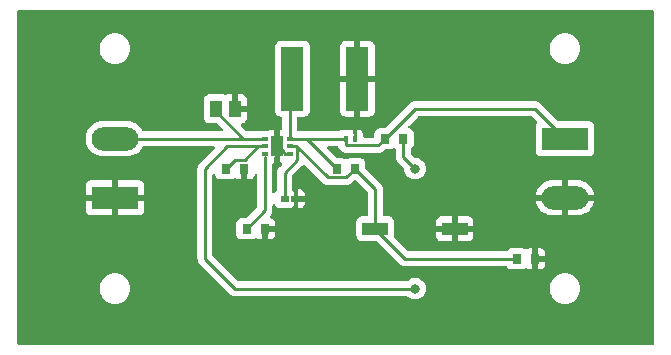
<source format=gbr>
%TF.GenerationSoftware,KiCad,Pcbnew,(6.99.0-5210-g1b15854da5)*%
%TF.CreationDate,2023-02-20T10:03:57+05:30*%
%TF.ProjectId,Prot_Circ,50726f74-5f43-4697-9263-2e6b69636164,rev?*%
%TF.SameCoordinates,Original*%
%TF.FileFunction,Copper,L1,Top*%
%TF.FilePolarity,Positive*%
%FSLAX46Y46*%
G04 Gerber Fmt 4.6, Leading zero omitted, Abs format (unit mm)*
G04 Created by KiCad (PCBNEW (6.99.0-5210-g1b15854da5)) date 2023-02-20 10:03:57*
%MOMM*%
%LPD*%
G01*
G04 APERTURE LIST*
%TA.AperFunction,SMDPad,CuDef*%
%ADD10R,1.900000X5.400000*%
%TD*%
%TA.AperFunction,SMDPad,CuDef*%
%ADD11R,0.650000X0.620000*%
%TD*%
%TA.AperFunction,SMDPad,CuDef*%
%ADD12R,0.762000X0.812800*%
%TD*%
%TA.AperFunction,SMDPad,CuDef*%
%ADD13R,2.160000X1.120000*%
%TD*%
%TA.AperFunction,SMDPad,CuDef*%
%ADD14R,0.400000X0.500000*%
%TD*%
%TA.AperFunction,ComponentPad*%
%ADD15R,3.960000X1.980000*%
%TD*%
%TA.AperFunction,ComponentPad*%
%ADD16O,3.960000X1.980000*%
%TD*%
%TA.AperFunction,SMDPad,CuDef*%
%ADD17R,1.020000X1.470000*%
%TD*%
%TA.AperFunction,SMDPad,CuDef*%
%ADD18R,0.600000X0.350000*%
%TD*%
%TA.AperFunction,SMDPad,CuDef*%
%ADD19R,1.100000X1.700000*%
%TD*%
%TA.AperFunction,ViaPad*%
%ADD20C,0.600000*%
%TD*%
%TA.AperFunction,ViaPad*%
%ADD21C,0.800000*%
%TD*%
%TA.AperFunction,Conductor*%
%ADD22C,0.250000*%
%TD*%
G04 APERTURE END LIST*
D10*
%TO.P,C4,1*%
%TO.N,Net-(F1-IN)*%
X136949999Y-78739999D03*
%TO.P,C4,2*%
%TO.N,Earth*%
X142449999Y-78739999D03*
%TD*%
D11*
%TO.P,C2,1*%
%TO.N,Net-(F1-EN{slash}UVLO)*%
X136279999Y-88899999D03*
%TO.P,C2,2*%
%TO.N,Earth*%
X137159999Y-88899999D03*
%TD*%
D12*
%TO.P,R1,1,1*%
%TO.N,Net-(F1-IN)*%
X140690599Y-86359999D03*
%TO.P,R1,2,2*%
%TO.N,Net-(F1-EN{slash}UVLO)*%
X142239999Y-86359999D03*
%TD*%
%TO.P,R4,1,1*%
%TO.N,Net-(F1-OVLO)*%
X131305299Y-86359999D03*
%TO.P,R4,2,2*%
%TO.N,Earth*%
X132854699Y-86359999D03*
%TD*%
%TO.P,R3,1,1*%
%TO.N,Net-(F1-IN)*%
X144779999Y-83819999D03*
%TO.P,R3,2,2*%
%TO.N,Net-(F1-OVLO)*%
X146329399Y-83819999D03*
%TD*%
D13*
%TO.P,SW1,1*%
%TO.N,Net-(F1-EN{slash}UVLO)*%
X143954999Y-91439999D03*
%TO.P,SW1,2*%
%TO.N,Earth*%
X150684999Y-91439999D03*
%TD*%
D14*
%TO.P,C1,1*%
%TO.N,Net-(F1-IN)*%
X141439999Y-83819999D03*
%TO.P,C1,2*%
%TO.N,Earth*%
X142239999Y-83819999D03*
%TD*%
D15*
%TO.P,J1,1,Pin_1*%
%TO.N,Earth*%
X121919999Y-88819999D03*
D16*
%TO.P,J1,2,Pin_2*%
%TO.N,Net-(F1-OUT)*%
X121919999Y-83819999D03*
%TD*%
D15*
%TO.P,J2,1,Pin_1*%
%TO.N,Net-(F1-IN)*%
X160019999Y-83819999D03*
D16*
%TO.P,J2,2,Pin_2*%
%TO.N,Earth*%
X160019999Y-88819999D03*
%TD*%
D12*
%TO.P,R2,1,1*%
%TO.N,Net-(F1-ILIM)*%
X133070599Y-91439999D03*
%TO.P,R2,2,2*%
%TO.N,Earth*%
X134619999Y-91439999D03*
%TD*%
D17*
%TO.P,C3,1*%
%TO.N,Net-(F1-OUT)*%
X130459999Y-81279999D03*
%TO.P,C3,2*%
%TO.N,Earth*%
X132079999Y-81279999D03*
%TD*%
D12*
%TO.P,R5,1,1*%
%TO.N,Net-(F1-EN{slash}UVLO)*%
X155930599Y-93979999D03*
%TO.P,R5,2,2*%
%TO.N,Earth*%
X157479999Y-93979999D03*
%TD*%
D18*
%TO.P,F1,1,OUT*%
%TO.N,Net-(F1-OUT)*%
X134619999Y-83819999D03*
%TO.P,F1,2,OVLO*%
%TO.N,Net-(F1-OVLO)*%
X134619999Y-84469999D03*
%TO.P,F1,3,ILIM*%
%TO.N,Net-(F1-ILIM)*%
X134619999Y-85119999D03*
%TO.P,F1,4,GND_1*%
%TO.N,Earth*%
X136719999Y-85119999D03*
%TO.P,F1,5,EN/UVLO*%
%TO.N,Net-(F1-EN{slash}UVLO)*%
X136719999Y-84469999D03*
%TO.P,F1,6,IN*%
%TO.N,Net-(F1-IN)*%
X136719999Y-83819999D03*
D19*
%TO.P,F1,7,GND_2*%
%TO.N,Earth*%
X135669999Y-84469999D03*
%TD*%
D20*
%TO.N,Earth*%
X135661400Y-84912200D03*
X135661400Y-83997800D03*
D21*
%TO.N,Net-(F1-OVLO)*%
X147320000Y-96520000D03*
X147320000Y-86360000D03*
%TD*%
D22*
%TO.N,Net-(F1-IN)*%
X136720000Y-78970000D02*
X136950000Y-78740000D01*
X157480000Y-81280000D02*
X160020000Y-83820000D01*
X140690600Y-86360000D02*
X138150600Y-83820000D01*
X144780000Y-83820000D02*
X144205000Y-84395000D01*
X138150600Y-83820000D02*
X136720000Y-83820000D01*
X144780000Y-83820000D02*
X147320000Y-81280000D01*
X141440000Y-83820000D02*
X136720000Y-83820000D01*
X141440000Y-84320000D02*
X141440000Y-83820000D01*
X147320000Y-81280000D02*
X157480000Y-81280000D01*
X141515000Y-84395000D02*
X141440000Y-84320000D01*
X136720000Y-83820000D02*
X136720000Y-78970000D01*
X144205000Y-84395000D02*
X141515000Y-84395000D01*
%TO.N,Earth*%
X136320000Y-85120000D02*
X135737600Y-84150200D01*
X135737600Y-84150200D02*
X135670000Y-84470000D01*
X136720000Y-85120000D02*
X136320000Y-85120000D01*
%TO.N,Net-(F1-EN{slash}UVLO)*%
X155930600Y-93980000D02*
X146495000Y-93980000D01*
X137345000Y-85620000D02*
X137345000Y-84505000D01*
X142240000Y-86360000D02*
X141508600Y-87091400D01*
X143955000Y-88075000D02*
X142240000Y-86360000D01*
X136280000Y-86685000D02*
X137345000Y-85620000D01*
X137345000Y-84505000D02*
X137310000Y-84470000D01*
X146495000Y-93980000D02*
X143955000Y-91440000D01*
X141508600Y-87091400D02*
X139931400Y-87091400D01*
X139931400Y-87091400D02*
X137345000Y-84505000D01*
X137310000Y-84470000D02*
X136720000Y-84470000D01*
X143955000Y-91440000D02*
X143955000Y-88075000D01*
X136280000Y-88900000D02*
X136280000Y-86685000D01*
%TO.N,Net-(F1-OUT)*%
X130460000Y-81280000D02*
X130460000Y-81505000D01*
X121920000Y-83820000D02*
X134620000Y-83820000D01*
X130460000Y-81505000D02*
X132775000Y-83820000D01*
X132775000Y-83820000D02*
X134620000Y-83820000D01*
%TO.N,Net-(F1-OVLO)*%
X131430000Y-84470000D02*
X129540000Y-86360000D01*
X129540000Y-93980000D02*
X132080000Y-96520000D01*
X146329400Y-85369400D02*
X146329400Y-83820000D01*
X129540000Y-86360000D02*
X129540000Y-93980000D01*
X132080000Y-96520000D02*
X147320000Y-96520000D01*
X131305300Y-86360000D02*
X132080000Y-85585300D01*
X132080000Y-85585300D02*
X132941096Y-85585300D01*
X134620000Y-84470000D02*
X131430000Y-84470000D01*
X147320000Y-86360000D02*
X146329400Y-85369400D01*
X134056396Y-84470000D02*
X134620000Y-84470000D01*
X132941096Y-85585300D02*
X134056396Y-84470000D01*
%TO.N,Net-(F1-ILIM)*%
X134620000Y-89890600D02*
X134620000Y-85369400D01*
X133070600Y-91440000D02*
X134620000Y-89890600D01*
X134620000Y-85369400D02*
X134645400Y-85344000D01*
%TD*%
%TA.AperFunction,Conductor*%
%TO.N,Earth*%
G36*
X167500300Y-72940781D02*
G01*
X167546419Y-72986900D01*
X167563300Y-73049900D01*
X167563300Y-101168700D01*
X167546419Y-101231700D01*
X167500300Y-101277819D01*
X167437300Y-101294700D01*
X113791500Y-101294700D01*
X113728500Y-101277819D01*
X113682381Y-101231700D01*
X113665500Y-101168700D01*
X113665500Y-96520000D01*
X120614532Y-96520000D01*
X120615011Y-96525475D01*
X120631697Y-96716205D01*
X120634365Y-96746692D01*
X120693261Y-96966496D01*
X120695583Y-96971476D01*
X120695584Y-96971478D01*
X120708230Y-96998597D01*
X120789432Y-97172734D01*
X120792584Y-97177235D01*
X120792586Y-97177239D01*
X120916793Y-97354627D01*
X120916797Y-97354631D01*
X120919953Y-97359139D01*
X121080861Y-97520047D01*
X121085369Y-97523203D01*
X121085372Y-97523206D01*
X121262760Y-97647413D01*
X121267266Y-97650568D01*
X121473504Y-97746739D01*
X121693308Y-97805635D01*
X121863216Y-97820500D01*
X121974044Y-97820500D01*
X121976784Y-97820500D01*
X122146692Y-97805635D01*
X122366496Y-97746739D01*
X122572734Y-97650568D01*
X122759139Y-97520047D01*
X122920047Y-97359139D01*
X123050568Y-97172734D01*
X123146739Y-96966496D01*
X123205635Y-96746692D01*
X123225468Y-96520000D01*
X123205635Y-96293308D01*
X123146739Y-96073504D01*
X123050568Y-95867266D01*
X123047413Y-95862760D01*
X122923206Y-95685372D01*
X122923203Y-95685369D01*
X122920047Y-95680861D01*
X122759139Y-95519953D01*
X122754631Y-95516797D01*
X122754627Y-95516793D01*
X122577239Y-95392586D01*
X122577235Y-95392584D01*
X122572734Y-95389432D01*
X122366496Y-95293261D01*
X122361188Y-95291838D01*
X122361186Y-95291838D01*
X122152006Y-95235789D01*
X122152007Y-95235789D01*
X122146692Y-95234365D01*
X122141216Y-95233885D01*
X122141211Y-95233885D01*
X121979507Y-95219738D01*
X121979501Y-95219737D01*
X121976784Y-95219500D01*
X121863216Y-95219500D01*
X121860499Y-95219737D01*
X121860492Y-95219738D01*
X121698788Y-95233885D01*
X121698781Y-95233886D01*
X121693308Y-95234365D01*
X121687994Y-95235788D01*
X121687993Y-95235789D01*
X121478813Y-95291838D01*
X121478808Y-95291839D01*
X121473504Y-95293261D01*
X121468527Y-95295581D01*
X121468521Y-95295584D01*
X121272247Y-95387109D01*
X121272244Y-95387110D01*
X121267266Y-95389432D01*
X121262769Y-95392580D01*
X121262760Y-95392586D01*
X121085372Y-95516793D01*
X121085361Y-95516801D01*
X121080861Y-95519953D01*
X121076971Y-95523842D01*
X121076965Y-95523848D01*
X120923848Y-95676965D01*
X120923842Y-95676971D01*
X120919953Y-95680861D01*
X120916801Y-95685361D01*
X120916793Y-95685372D01*
X120792586Y-95862760D01*
X120792580Y-95862769D01*
X120789432Y-95867266D01*
X120787110Y-95872244D01*
X120787109Y-95872247D01*
X120695584Y-96068521D01*
X120695581Y-96068527D01*
X120693261Y-96073504D01*
X120634365Y-96293308D01*
X120633886Y-96298781D01*
X120633885Y-96298788D01*
X120630574Y-96336635D01*
X120614532Y-96520000D01*
X113665500Y-96520000D01*
X113665500Y-89855223D01*
X119432000Y-89855223D01*
X119432359Y-89861938D01*
X119437662Y-89911257D01*
X119441259Y-89926478D01*
X119486405Y-90047519D01*
X119494954Y-90063175D01*
X119571697Y-90165692D01*
X119584307Y-90178302D01*
X119686824Y-90255045D01*
X119702480Y-90263594D01*
X119823521Y-90308740D01*
X119838742Y-90312337D01*
X119888061Y-90317640D01*
X119894777Y-90318000D01*
X121649410Y-90318000D01*
X121662493Y-90314493D01*
X121666000Y-90301410D01*
X122174000Y-90301410D01*
X122177506Y-90314493D01*
X122190590Y-90318000D01*
X123945223Y-90318000D01*
X123951938Y-90317640D01*
X124001257Y-90312337D01*
X124016478Y-90308740D01*
X124137519Y-90263594D01*
X124153175Y-90255045D01*
X124255692Y-90178302D01*
X124268302Y-90165692D01*
X124345045Y-90063175D01*
X124353594Y-90047519D01*
X124398740Y-89926478D01*
X124402337Y-89911257D01*
X124407640Y-89861938D01*
X124408000Y-89855223D01*
X124408000Y-89090590D01*
X124404493Y-89077506D01*
X124391410Y-89074000D01*
X122190590Y-89074000D01*
X122177506Y-89077506D01*
X122174000Y-89090590D01*
X122174000Y-90301410D01*
X121666000Y-90301410D01*
X121666000Y-89090590D01*
X121662493Y-89077506D01*
X121649410Y-89074000D01*
X119448590Y-89074000D01*
X119435506Y-89077506D01*
X119432000Y-89090590D01*
X119432000Y-89855223D01*
X113665500Y-89855223D01*
X113665500Y-88549410D01*
X119432000Y-88549410D01*
X119435506Y-88562493D01*
X119448590Y-88566000D01*
X121649410Y-88566000D01*
X121662493Y-88562493D01*
X121666000Y-88549410D01*
X122174000Y-88549410D01*
X122177506Y-88562493D01*
X122190590Y-88566000D01*
X124391410Y-88566000D01*
X124404493Y-88562493D01*
X124408000Y-88549410D01*
X124408000Y-87784777D01*
X124407640Y-87778061D01*
X124402337Y-87728742D01*
X124398740Y-87713521D01*
X124353594Y-87592480D01*
X124345045Y-87576824D01*
X124268302Y-87474307D01*
X124255692Y-87461697D01*
X124153175Y-87384954D01*
X124137519Y-87376405D01*
X124016478Y-87331259D01*
X124001257Y-87327662D01*
X123951938Y-87322359D01*
X123945223Y-87322000D01*
X122190590Y-87322000D01*
X122177506Y-87325506D01*
X122174000Y-87338590D01*
X122174000Y-88549410D01*
X121666000Y-88549410D01*
X121666000Y-87338590D01*
X121662493Y-87325506D01*
X121649410Y-87322000D01*
X119894777Y-87322000D01*
X119888061Y-87322359D01*
X119838742Y-87327662D01*
X119823521Y-87331259D01*
X119702480Y-87376405D01*
X119686824Y-87384954D01*
X119584307Y-87461697D01*
X119571697Y-87474307D01*
X119494954Y-87576824D01*
X119486405Y-87592480D01*
X119441259Y-87713521D01*
X119437662Y-87728742D01*
X119432359Y-87778061D01*
X119432000Y-87784777D01*
X119432000Y-88549410D01*
X113665500Y-88549410D01*
X113665500Y-83944169D01*
X119431500Y-83944169D01*
X119432356Y-83949303D01*
X119432357Y-83949306D01*
X119465853Y-84150040D01*
X119472375Y-84189121D01*
X119474065Y-84194045D01*
X119474067Y-84194051D01*
X119551316Y-84419072D01*
X119551319Y-84419080D01*
X119553010Y-84424004D01*
X119671206Y-84642411D01*
X119674405Y-84646521D01*
X119814416Y-84826408D01*
X119823739Y-84838385D01*
X119827570Y-84841912D01*
X119827575Y-84841917D01*
X119974299Y-84976985D01*
X120006448Y-85006580D01*
X120010811Y-85009430D01*
X120010813Y-85009432D01*
X120069483Y-85047763D01*
X120214348Y-85142408D01*
X120441770Y-85242165D01*
X120682510Y-85303128D01*
X120868019Y-85318500D01*
X122969367Y-85318500D01*
X122971981Y-85318500D01*
X123157490Y-85303128D01*
X123398230Y-85242165D01*
X123625652Y-85142408D01*
X123833552Y-85006580D01*
X124016261Y-84838385D01*
X124168794Y-84642411D01*
X124206037Y-84573593D01*
X124235294Y-84519531D01*
X124281611Y-84471259D01*
X124346108Y-84453500D01*
X130246405Y-84453500D01*
X130303608Y-84467233D01*
X130348341Y-84505439D01*
X130370854Y-84559789D01*
X130366238Y-84618436D01*
X130335500Y-84668595D01*
X130135754Y-84868341D01*
X129147736Y-85856357D01*
X129139458Y-85863889D01*
X129132982Y-85868000D01*
X129111383Y-85891000D01*
X129086370Y-85917636D01*
X129083621Y-85920472D01*
X129066667Y-85937427D01*
X129066660Y-85937434D01*
X129063865Y-85940230D01*
X129061442Y-85943352D01*
X129061426Y-85943371D01*
X129061365Y-85943451D01*
X129053690Y-85952435D01*
X129028838Y-85978902D01*
X129028835Y-85978904D01*
X129023414Y-85984679D01*
X129019600Y-85991614D01*
X129019592Y-85991627D01*
X129013650Y-86002436D01*
X129002803Y-86018949D01*
X128995243Y-86028695D01*
X128995237Y-86028704D01*
X128990386Y-86034959D01*
X128987242Y-86042223D01*
X128987238Y-86042231D01*
X128972824Y-86075540D01*
X128967604Y-86086195D01*
X128950125Y-86117989D01*
X128950121Y-86117997D01*
X128946305Y-86124940D01*
X128944333Y-86132616D01*
X128944331Y-86132624D01*
X128941266Y-86144562D01*
X128934865Y-86163259D01*
X128929968Y-86174576D01*
X128929966Y-86174581D01*
X128926819Y-86181855D01*
X128925579Y-86189680D01*
X128925577Y-86189689D01*
X128919901Y-86225524D01*
X128917495Y-86237144D01*
X128908471Y-86272289D01*
X128908469Y-86272297D01*
X128906500Y-86279970D01*
X128906500Y-86287899D01*
X128906500Y-86300224D01*
X128904949Y-86319935D01*
X128903019Y-86332114D01*
X128903018Y-86332121D01*
X128901780Y-86339943D01*
X128902525Y-86347826D01*
X128902525Y-86347834D01*
X128905941Y-86383961D01*
X128906500Y-86395819D01*
X128906500Y-93901233D01*
X128905972Y-93912416D01*
X128904298Y-93919909D01*
X128904547Y-93927833D01*
X128904547Y-93927835D01*
X128906438Y-93987986D01*
X128906500Y-93991945D01*
X128906500Y-94019856D01*
X128906995Y-94023774D01*
X128906997Y-94023806D01*
X128907008Y-94023888D01*
X128907937Y-94035697D01*
X128909077Y-94071969D01*
X128909078Y-94071976D01*
X128909327Y-94079889D01*
X128911537Y-94087498D01*
X128911538Y-94087500D01*
X128914978Y-94099342D01*
X128918986Y-94118693D01*
X128921526Y-94138797D01*
X128924444Y-94146169D01*
X128924445Y-94146170D01*
X128937800Y-94179901D01*
X128941645Y-94191130D01*
X128951771Y-94225986D01*
X128951773Y-94225992D01*
X128953982Y-94233593D01*
X128958014Y-94240411D01*
X128958015Y-94240413D01*
X128964293Y-94251029D01*
X128972990Y-94268782D01*
X128980448Y-94287617D01*
X128985107Y-94294030D01*
X128985108Y-94294031D01*
X129006432Y-94323381D01*
X129012948Y-94333301D01*
X129031422Y-94364538D01*
X129035458Y-94371362D01*
X129041062Y-94376966D01*
X129041063Y-94376967D01*
X129049778Y-94385682D01*
X129062618Y-94400715D01*
X129074528Y-94417107D01*
X129080635Y-94422159D01*
X129080636Y-94422160D01*
X129108598Y-94445292D01*
X129117378Y-94453282D01*
X131576342Y-96912246D01*
X131583884Y-96920533D01*
X131588000Y-96927018D01*
X131593779Y-96932444D01*
X131593780Y-96932446D01*
X131637667Y-96973658D01*
X131640508Y-96976412D01*
X131660230Y-96996134D01*
X131663414Y-96998604D01*
X131672437Y-97006309D01*
X131704679Y-97036586D01*
X131711628Y-97040406D01*
X131722429Y-97046344D01*
X131738959Y-97057202D01*
X131748694Y-97064754D01*
X131748697Y-97064756D01*
X131754959Y-97069613D01*
X131795536Y-97087172D01*
X131806171Y-97092381D01*
X131844940Y-97113695D01*
X131864566Y-97118734D01*
X131883259Y-97125134D01*
X131901855Y-97133181D01*
X131945518Y-97140095D01*
X131957129Y-97142500D01*
X131999970Y-97153500D01*
X132020231Y-97153500D01*
X132039939Y-97155050D01*
X132059943Y-97158219D01*
X132067835Y-97157473D01*
X132073062Y-97156979D01*
X132103954Y-97154058D01*
X132115811Y-97153500D01*
X146611800Y-97153500D01*
X146663047Y-97164392D01*
X146698724Y-97190312D01*
X146699420Y-97189540D01*
X146704331Y-97193962D01*
X146708747Y-97198866D01*
X146863248Y-97311118D01*
X147037712Y-97388794D01*
X147224513Y-97428500D01*
X147408884Y-97428500D01*
X147415487Y-97428500D01*
X147602288Y-97388794D01*
X147776752Y-97311118D01*
X147931253Y-97198866D01*
X148059040Y-97056944D01*
X148154527Y-96891556D01*
X148213542Y-96709928D01*
X148233504Y-96520000D01*
X158714532Y-96520000D01*
X158715011Y-96525475D01*
X158731697Y-96716205D01*
X158734365Y-96746692D01*
X158793261Y-96966496D01*
X158795583Y-96971476D01*
X158795584Y-96971478D01*
X158808230Y-96998597D01*
X158889432Y-97172734D01*
X158892584Y-97177235D01*
X158892586Y-97177239D01*
X159016793Y-97354627D01*
X159016797Y-97354631D01*
X159019953Y-97359139D01*
X159180861Y-97520047D01*
X159185369Y-97523203D01*
X159185372Y-97523206D01*
X159362760Y-97647413D01*
X159367266Y-97650568D01*
X159573504Y-97746739D01*
X159793308Y-97805635D01*
X159963216Y-97820500D01*
X160074044Y-97820500D01*
X160076784Y-97820500D01*
X160246692Y-97805635D01*
X160466496Y-97746739D01*
X160672734Y-97650568D01*
X160859139Y-97520047D01*
X161020047Y-97359139D01*
X161150568Y-97172734D01*
X161246739Y-96966496D01*
X161305635Y-96746692D01*
X161325468Y-96520000D01*
X161305635Y-96293308D01*
X161246739Y-96073504D01*
X161150568Y-95867266D01*
X161147413Y-95862760D01*
X161023206Y-95685372D01*
X161023203Y-95685369D01*
X161020047Y-95680861D01*
X160859139Y-95519953D01*
X160854631Y-95516797D01*
X160854627Y-95516793D01*
X160677239Y-95392586D01*
X160677235Y-95392584D01*
X160672734Y-95389432D01*
X160466496Y-95293261D01*
X160461188Y-95291838D01*
X160461186Y-95291838D01*
X160252006Y-95235789D01*
X160252007Y-95235789D01*
X160246692Y-95234365D01*
X160241216Y-95233885D01*
X160241211Y-95233885D01*
X160079507Y-95219738D01*
X160079501Y-95219737D01*
X160076784Y-95219500D01*
X159963216Y-95219500D01*
X159960499Y-95219737D01*
X159960492Y-95219738D01*
X159798788Y-95233885D01*
X159798781Y-95233886D01*
X159793308Y-95234365D01*
X159787994Y-95235788D01*
X159787993Y-95235789D01*
X159578813Y-95291838D01*
X159578808Y-95291839D01*
X159573504Y-95293261D01*
X159568527Y-95295581D01*
X159568521Y-95295584D01*
X159372247Y-95387109D01*
X159372244Y-95387110D01*
X159367266Y-95389432D01*
X159362769Y-95392580D01*
X159362760Y-95392586D01*
X159185372Y-95516793D01*
X159185361Y-95516801D01*
X159180861Y-95519953D01*
X159176971Y-95523842D01*
X159176965Y-95523848D01*
X159023848Y-95676965D01*
X159023842Y-95676971D01*
X159019953Y-95680861D01*
X159016801Y-95685361D01*
X159016793Y-95685372D01*
X158892586Y-95862760D01*
X158892580Y-95862769D01*
X158889432Y-95867266D01*
X158887110Y-95872244D01*
X158887109Y-95872247D01*
X158795584Y-96068521D01*
X158795581Y-96068527D01*
X158793261Y-96073504D01*
X158734365Y-96293308D01*
X158733886Y-96298781D01*
X158733885Y-96298788D01*
X158730574Y-96336635D01*
X158714532Y-96520000D01*
X148233504Y-96520000D01*
X148213542Y-96330072D01*
X148154527Y-96148444D01*
X148059040Y-95983056D01*
X147931253Y-95841134D01*
X147925911Y-95837253D01*
X147925908Y-95837250D01*
X147848057Y-95780688D01*
X147776752Y-95728882D01*
X147602288Y-95651206D01*
X147595835Y-95649834D01*
X147595831Y-95649833D01*
X147421943Y-95612872D01*
X147421940Y-95612871D01*
X147415487Y-95611500D01*
X147224513Y-95611500D01*
X147218060Y-95612871D01*
X147218056Y-95612872D01*
X147044168Y-95649833D01*
X147044161Y-95649835D01*
X147037712Y-95651206D01*
X147031682Y-95653890D01*
X147031681Y-95653891D01*
X146869278Y-95726197D01*
X146869275Y-95726198D01*
X146863248Y-95728882D01*
X146857907Y-95732762D01*
X146857906Y-95732763D01*
X146714086Y-95837254D01*
X146714080Y-95837259D01*
X146708747Y-95841134D01*
X146704333Y-95846035D01*
X146699420Y-95850460D01*
X146698724Y-95849687D01*
X146663047Y-95875608D01*
X146611800Y-95886500D01*
X132394595Y-95886500D01*
X132346377Y-95876909D01*
X132305500Y-95849595D01*
X130210405Y-93754500D01*
X130183091Y-93713623D01*
X130173500Y-93665405D01*
X130173500Y-86899510D01*
X130188027Y-86840776D01*
X130228257Y-86795585D01*
X130284915Y-86774357D01*
X130344936Y-86781987D01*
X130394480Y-86816716D01*
X130421672Y-86869658D01*
X130422311Y-86875601D01*
X130425062Y-86882978D01*
X130425063Y-86882980D01*
X130470262Y-87004163D01*
X130470264Y-87004166D01*
X130473411Y-87012604D01*
X130478808Y-87019814D01*
X130478810Y-87019817D01*
X130495977Y-87042749D01*
X130561039Y-87129661D01*
X130678096Y-87217289D01*
X130815099Y-87268389D01*
X130875662Y-87274900D01*
X131731569Y-87274900D01*
X131734938Y-87274900D01*
X131795501Y-87268389D01*
X131932504Y-87217289D01*
X132004912Y-87163084D01*
X132053632Y-87140835D01*
X132107199Y-87140834D01*
X132155925Y-87163087D01*
X132220524Y-87211445D01*
X132236180Y-87219994D01*
X132357221Y-87265140D01*
X132372442Y-87268737D01*
X132421761Y-87274040D01*
X132428477Y-87274400D01*
X132584110Y-87274400D01*
X132597193Y-87270893D01*
X132600700Y-87257810D01*
X132600700Y-86344800D01*
X132617581Y-86281800D01*
X132663700Y-86235681D01*
X132726700Y-86218800D01*
X132862329Y-86218800D01*
X132873512Y-86219327D01*
X132881005Y-86221002D01*
X132949081Y-86218862D01*
X132953041Y-86218800D01*
X132980952Y-86218800D01*
X132980952Y-86220249D01*
X133041074Y-86233028D01*
X133090476Y-86279418D01*
X133108700Y-86344690D01*
X133108700Y-87257810D01*
X133112206Y-87270893D01*
X133125290Y-87274400D01*
X133280923Y-87274400D01*
X133287638Y-87274040D01*
X133336957Y-87268737D01*
X133352178Y-87265140D01*
X133473219Y-87219994D01*
X133488875Y-87211445D01*
X133591392Y-87134702D01*
X133604002Y-87122092D01*
X133680745Y-87019575D01*
X133689294Y-87003919D01*
X133734440Y-86882877D01*
X133737877Y-86868337D01*
X133765521Y-86814518D01*
X133815066Y-86779790D01*
X133875086Y-86772160D01*
X133931743Y-86793388D01*
X133971973Y-86838579D01*
X133986500Y-86897313D01*
X133986500Y-89576005D01*
X133976909Y-89624223D01*
X133949595Y-89665100D01*
X133126500Y-90488195D01*
X133085623Y-90515509D01*
X133037405Y-90525100D01*
X132640962Y-90525100D01*
X132637615Y-90525459D01*
X132637611Y-90525460D01*
X132588232Y-90530768D01*
X132588225Y-90530769D01*
X132580399Y-90531611D01*
X132573023Y-90534361D01*
X132573019Y-90534363D01*
X132451836Y-90579562D01*
X132451830Y-90579565D01*
X132443396Y-90582711D01*
X132436188Y-90588106D01*
X132436182Y-90588110D01*
X132333550Y-90664940D01*
X132333546Y-90664943D01*
X132326339Y-90670339D01*
X132320943Y-90677546D01*
X132320940Y-90677550D01*
X132244110Y-90780182D01*
X132244106Y-90780188D01*
X132238711Y-90787396D01*
X132235565Y-90795830D01*
X132235562Y-90795836D01*
X132190363Y-90917019D01*
X132190361Y-90917023D01*
X132187611Y-90924399D01*
X132186769Y-90932225D01*
X132186768Y-90932232D01*
X132181460Y-90981611D01*
X132181100Y-90984962D01*
X132181100Y-91895038D01*
X132181459Y-91898385D01*
X132181460Y-91898388D01*
X132186768Y-91947767D01*
X132186769Y-91947773D01*
X132187611Y-91955601D01*
X132190362Y-91962978D01*
X132190363Y-91962980D01*
X132235562Y-92084163D01*
X132235564Y-92084166D01*
X132238711Y-92092604D01*
X132244108Y-92099814D01*
X132244110Y-92099817D01*
X132260340Y-92121497D01*
X132326339Y-92209661D01*
X132333550Y-92215059D01*
X132375154Y-92246204D01*
X132443396Y-92297289D01*
X132580399Y-92348389D01*
X132640962Y-92354900D01*
X133496869Y-92354900D01*
X133500238Y-92354900D01*
X133560801Y-92348389D01*
X133697804Y-92297289D01*
X133770212Y-92243084D01*
X133818932Y-92220835D01*
X133872499Y-92220834D01*
X133921225Y-92243087D01*
X133985824Y-92291445D01*
X134001480Y-92299994D01*
X134122521Y-92345140D01*
X134137742Y-92348737D01*
X134187061Y-92354040D01*
X134193777Y-92354400D01*
X134349410Y-92354400D01*
X134362493Y-92350893D01*
X134366000Y-92337810D01*
X134874000Y-92337810D01*
X134877506Y-92350893D01*
X134890590Y-92354400D01*
X135046223Y-92354400D01*
X135052938Y-92354040D01*
X135102257Y-92348737D01*
X135117478Y-92345140D01*
X135238519Y-92299994D01*
X135254175Y-92291445D01*
X135356692Y-92214702D01*
X135369302Y-92202092D01*
X135446045Y-92099575D01*
X135454594Y-92083919D01*
X135499740Y-91962878D01*
X135503337Y-91947657D01*
X135508640Y-91898338D01*
X135509000Y-91891623D01*
X135509000Y-91710590D01*
X135505493Y-91697506D01*
X135492410Y-91694000D01*
X134890590Y-91694000D01*
X134877506Y-91697506D01*
X134874000Y-91710590D01*
X134874000Y-92337810D01*
X134366000Y-92337810D01*
X134366000Y-91312000D01*
X134382881Y-91249000D01*
X134429000Y-91202881D01*
X134492000Y-91186000D01*
X135492410Y-91186000D01*
X135505493Y-91182493D01*
X135509000Y-91169410D01*
X135509000Y-90988377D01*
X135508640Y-90981661D01*
X135503337Y-90932342D01*
X135499740Y-90917121D01*
X135454594Y-90796080D01*
X135446045Y-90780424D01*
X135369302Y-90677907D01*
X135356692Y-90665297D01*
X135254175Y-90588554D01*
X135238521Y-90580006D01*
X135122124Y-90536592D01*
X135070931Y-90501047D01*
X135043036Y-90445316D01*
X135045262Y-90383033D01*
X135077064Y-90329438D01*
X135096134Y-90310370D01*
X135098601Y-90307188D01*
X135106310Y-90298161D01*
X135136586Y-90265921D01*
X135146345Y-90248167D01*
X135157199Y-90231643D01*
X135169613Y-90215641D01*
X135176420Y-90199908D01*
X135187167Y-90175075D01*
X135192392Y-90164408D01*
X135206297Y-90139117D01*
X135213695Y-90125660D01*
X135218732Y-90106042D01*
X135225138Y-90087330D01*
X135233181Y-90068745D01*
X135240099Y-90025056D01*
X135242503Y-90013456D01*
X135243638Y-90009036D01*
X135253500Y-89970630D01*
X135253500Y-89950369D01*
X135255051Y-89930658D01*
X135256979Y-89918484D01*
X135258219Y-89910657D01*
X135254058Y-89866645D01*
X135253500Y-89854789D01*
X135253500Y-89482663D01*
X135272540Y-89416063D01*
X135323906Y-89369591D01*
X135392073Y-89357292D01*
X135456441Y-89382883D01*
X135497555Y-89438629D01*
X135500960Y-89447759D01*
X135500963Y-89447765D01*
X135504111Y-89456204D01*
X135509508Y-89463414D01*
X135509510Y-89463417D01*
X135586073Y-89565692D01*
X135591739Y-89573261D01*
X135598950Y-89578659D01*
X135662912Y-89626541D01*
X135708796Y-89660889D01*
X135845799Y-89711989D01*
X135906362Y-89718500D01*
X136650269Y-89718500D01*
X136653638Y-89718500D01*
X136708890Y-89712560D01*
X136735821Y-89712560D01*
X136783066Y-89717640D01*
X136789777Y-89718000D01*
X136889410Y-89718000D01*
X136902493Y-89714493D01*
X136906000Y-89701410D01*
X137414000Y-89701410D01*
X137417506Y-89714493D01*
X137430590Y-89718000D01*
X137530223Y-89718000D01*
X137536938Y-89717640D01*
X137586257Y-89712337D01*
X137601478Y-89708740D01*
X137722519Y-89663594D01*
X137738175Y-89655045D01*
X137840692Y-89578302D01*
X137853302Y-89565692D01*
X137930045Y-89463175D01*
X137938594Y-89447519D01*
X137983740Y-89326478D01*
X137987337Y-89311257D01*
X137992640Y-89261938D01*
X137993000Y-89255223D01*
X137993000Y-89170590D01*
X137989493Y-89157506D01*
X137976410Y-89154000D01*
X137430590Y-89154000D01*
X137417506Y-89157506D01*
X137414000Y-89170590D01*
X137414000Y-89701410D01*
X136906000Y-89701410D01*
X136906000Y-89682940D01*
X136919327Y-89626541D01*
X136956491Y-89582072D01*
X136956817Y-89581827D01*
X136968261Y-89573261D01*
X137055889Y-89456204D01*
X137106989Y-89319201D01*
X137113500Y-89258638D01*
X137113500Y-88629410D01*
X137414000Y-88629410D01*
X137417506Y-88642493D01*
X137430590Y-88646000D01*
X137976410Y-88646000D01*
X137989493Y-88642493D01*
X137993000Y-88629410D01*
X137993000Y-88544777D01*
X137992640Y-88538061D01*
X137987337Y-88488742D01*
X137983740Y-88473521D01*
X137938594Y-88352480D01*
X137930045Y-88336824D01*
X137853302Y-88234307D01*
X137840692Y-88221697D01*
X137738175Y-88144954D01*
X137722519Y-88136405D01*
X137601478Y-88091259D01*
X137586257Y-88087662D01*
X137536938Y-88082359D01*
X137530223Y-88082000D01*
X137430590Y-88082000D01*
X137417506Y-88085506D01*
X137414000Y-88098590D01*
X137414000Y-88629410D01*
X137113500Y-88629410D01*
X137113500Y-88541362D01*
X137106989Y-88480799D01*
X137055889Y-88343796D01*
X136968261Y-88226739D01*
X136961049Y-88221340D01*
X136954675Y-88214966D01*
X136955844Y-88213796D01*
X136926825Y-88179069D01*
X136913500Y-88122674D01*
X136913500Y-86999595D01*
X136923091Y-86951377D01*
X136950404Y-86910500D01*
X137737253Y-86123650D01*
X137745536Y-86116112D01*
X137752018Y-86112000D01*
X137798675Y-86062313D01*
X137801398Y-86059505D01*
X137810131Y-86050772D01*
X137813405Y-86047498D01*
X137869888Y-86014887D01*
X137935110Y-86014887D01*
X137991594Y-86047499D01*
X139427747Y-87483652D01*
X139435286Y-87491935D01*
X139439400Y-87498418D01*
X139445182Y-87503847D01*
X139445184Y-87503850D01*
X139489049Y-87545042D01*
X139491892Y-87547797D01*
X139511630Y-87567535D01*
X139514760Y-87569963D01*
X139514832Y-87570019D01*
X139523840Y-87577713D01*
X139556079Y-87607986D01*
X139563027Y-87611805D01*
X139563029Y-87611807D01*
X139573826Y-87617743D01*
X139590350Y-87628597D01*
X139600094Y-87636155D01*
X139600097Y-87636157D01*
X139606359Y-87641014D01*
X139636060Y-87653866D01*
X139646935Y-87658572D01*
X139657600Y-87663797D01*
X139671225Y-87671287D01*
X139696340Y-87685095D01*
X139715960Y-87690132D01*
X139734652Y-87696530D01*
X139753255Y-87704581D01*
X139796925Y-87711497D01*
X139808525Y-87713898D01*
X139851370Y-87724900D01*
X139871624Y-87724900D01*
X139891334Y-87726450D01*
X139911343Y-87729620D01*
X139955361Y-87725458D01*
X139967219Y-87724900D01*
X141429833Y-87724900D01*
X141441016Y-87725427D01*
X141448509Y-87727102D01*
X141516585Y-87724962D01*
X141520545Y-87724900D01*
X141544494Y-87724900D01*
X141548456Y-87724900D01*
X141552456Y-87724394D01*
X141564299Y-87723461D01*
X141608489Y-87722073D01*
X141627933Y-87716423D01*
X141647302Y-87712412D01*
X141667397Y-87709874D01*
X141708515Y-87693593D01*
X141719717Y-87689757D01*
X141762193Y-87677418D01*
X141779639Y-87667099D01*
X141797369Y-87658413D01*
X141816217Y-87650952D01*
X141851987Y-87624961D01*
X141861898Y-87618451D01*
X141899962Y-87595942D01*
X141914288Y-87581615D01*
X141929317Y-87568778D01*
X141945707Y-87556872D01*
X141973898Y-87522793D01*
X141981868Y-87514034D01*
X142150906Y-87344997D01*
X142207389Y-87312387D01*
X142272611Y-87312387D01*
X142329095Y-87344999D01*
X143284595Y-88300499D01*
X143311909Y-88341376D01*
X143321500Y-88389594D01*
X143321500Y-90245500D01*
X143304619Y-90308500D01*
X143258500Y-90354619D01*
X143195500Y-90371500D01*
X142826362Y-90371500D01*
X142823015Y-90371859D01*
X142823011Y-90371860D01*
X142773632Y-90377168D01*
X142773625Y-90377169D01*
X142765799Y-90378011D01*
X142758423Y-90380761D01*
X142758419Y-90380763D01*
X142637236Y-90425962D01*
X142637230Y-90425965D01*
X142628796Y-90429111D01*
X142621588Y-90434506D01*
X142621582Y-90434510D01*
X142518950Y-90511340D01*
X142518946Y-90511343D01*
X142511739Y-90516739D01*
X142506343Y-90523946D01*
X142506340Y-90523950D01*
X142429510Y-90626582D01*
X142429506Y-90626588D01*
X142424111Y-90633796D01*
X142420965Y-90642230D01*
X142420962Y-90642236D01*
X142375763Y-90763419D01*
X142375761Y-90763423D01*
X142373011Y-90770799D01*
X142372169Y-90778625D01*
X142372168Y-90778632D01*
X142366860Y-90828011D01*
X142366500Y-90831362D01*
X142366500Y-92048638D01*
X142366859Y-92051985D01*
X142366860Y-92051988D01*
X142372168Y-92101367D01*
X142372169Y-92101373D01*
X142373011Y-92109201D01*
X142375762Y-92116578D01*
X142375763Y-92116580D01*
X142420962Y-92237763D01*
X142420964Y-92237766D01*
X142424111Y-92246204D01*
X142429508Y-92253414D01*
X142429510Y-92253417D01*
X142498174Y-92345140D01*
X142511739Y-92363261D01*
X142628796Y-92450889D01*
X142765799Y-92501989D01*
X142826362Y-92508500D01*
X144075406Y-92508500D01*
X144123624Y-92518091D01*
X144164501Y-92545405D01*
X145991342Y-94372246D01*
X145998884Y-94380533D01*
X146003000Y-94387018D01*
X146008779Y-94392444D01*
X146008780Y-94392446D01*
X146052667Y-94433658D01*
X146055508Y-94436412D01*
X146075230Y-94456134D01*
X146078414Y-94458604D01*
X146087437Y-94466309D01*
X146119679Y-94496586D01*
X146126628Y-94500406D01*
X146137429Y-94506344D01*
X146153959Y-94517202D01*
X146163694Y-94524754D01*
X146163697Y-94524756D01*
X146169959Y-94529613D01*
X146210536Y-94547172D01*
X146221171Y-94552381D01*
X146259940Y-94573695D01*
X146279566Y-94578734D01*
X146298259Y-94585134D01*
X146316855Y-94593181D01*
X146360518Y-94600095D01*
X146372129Y-94602500D01*
X146414970Y-94613500D01*
X146435231Y-94613500D01*
X146454939Y-94615050D01*
X146474943Y-94618219D01*
X146482835Y-94617473D01*
X146488062Y-94616979D01*
X146518954Y-94614058D01*
X146530811Y-94613500D01*
X155021339Y-94613500D01*
X155077739Y-94626828D01*
X155122207Y-94663991D01*
X155186339Y-94749661D01*
X155303396Y-94837289D01*
X155440399Y-94888389D01*
X155500962Y-94894900D01*
X156356869Y-94894900D01*
X156360238Y-94894900D01*
X156420801Y-94888389D01*
X156557804Y-94837289D01*
X156630212Y-94783084D01*
X156678932Y-94760835D01*
X156732499Y-94760834D01*
X156781225Y-94783087D01*
X156845824Y-94831445D01*
X156861480Y-94839994D01*
X156982521Y-94885140D01*
X156997742Y-94888737D01*
X157047061Y-94894040D01*
X157053777Y-94894400D01*
X157209410Y-94894400D01*
X157222493Y-94890893D01*
X157226000Y-94877810D01*
X157734000Y-94877810D01*
X157737506Y-94890893D01*
X157750590Y-94894400D01*
X157906223Y-94894400D01*
X157912938Y-94894040D01*
X157962257Y-94888737D01*
X157977478Y-94885140D01*
X158098519Y-94839994D01*
X158114175Y-94831445D01*
X158216692Y-94754702D01*
X158229302Y-94742092D01*
X158306045Y-94639575D01*
X158314594Y-94623919D01*
X158359740Y-94502878D01*
X158363337Y-94487657D01*
X158368640Y-94438338D01*
X158369000Y-94431623D01*
X158369000Y-94250590D01*
X158365493Y-94237506D01*
X158352410Y-94234000D01*
X157750590Y-94234000D01*
X157737506Y-94237506D01*
X157734000Y-94250590D01*
X157734000Y-94877810D01*
X157226000Y-94877810D01*
X157226000Y-93709410D01*
X157734000Y-93709410D01*
X157737506Y-93722493D01*
X157750590Y-93726000D01*
X158352410Y-93726000D01*
X158365493Y-93722493D01*
X158369000Y-93709410D01*
X158369000Y-93528377D01*
X158368640Y-93521661D01*
X158363337Y-93472342D01*
X158359740Y-93457121D01*
X158314594Y-93336080D01*
X158306045Y-93320424D01*
X158229302Y-93217907D01*
X158216692Y-93205297D01*
X158114175Y-93128554D01*
X158098519Y-93120005D01*
X157977478Y-93074859D01*
X157962257Y-93071262D01*
X157912938Y-93065959D01*
X157906223Y-93065600D01*
X157750590Y-93065600D01*
X157737506Y-93069106D01*
X157734000Y-93082190D01*
X157734000Y-93709410D01*
X157226000Y-93709410D01*
X157226000Y-93082190D01*
X157222493Y-93069106D01*
X157209410Y-93065600D01*
X157053777Y-93065600D01*
X157047061Y-93065959D01*
X156997742Y-93071262D01*
X156982521Y-93074859D01*
X156861480Y-93120005D01*
X156845828Y-93128551D01*
X156781225Y-93176913D01*
X156732499Y-93199165D01*
X156678932Y-93199164D01*
X156630210Y-93176914D01*
X156557804Y-93122711D01*
X156549366Y-93119564D01*
X156549363Y-93119562D01*
X156428180Y-93074363D01*
X156428178Y-93074362D01*
X156420801Y-93071611D01*
X156412973Y-93070769D01*
X156412967Y-93070768D01*
X156363588Y-93065460D01*
X156363585Y-93065459D01*
X156360238Y-93065100D01*
X155500962Y-93065100D01*
X155497615Y-93065459D01*
X155497611Y-93065460D01*
X155448232Y-93070768D01*
X155448225Y-93070769D01*
X155440399Y-93071611D01*
X155433023Y-93074361D01*
X155433019Y-93074363D01*
X155311836Y-93119562D01*
X155311830Y-93119565D01*
X155303396Y-93122711D01*
X155296188Y-93128106D01*
X155296182Y-93128110D01*
X155193550Y-93204940D01*
X155193546Y-93204943D01*
X155186339Y-93210339D01*
X155180943Y-93217546D01*
X155180940Y-93217550D01*
X155122207Y-93296009D01*
X155077739Y-93333172D01*
X155021339Y-93346500D01*
X146809595Y-93346500D01*
X146761377Y-93336909D01*
X146720500Y-93309595D01*
X145577976Y-92167071D01*
X145548247Y-92119891D01*
X145541794Y-92064503D01*
X145543500Y-92048638D01*
X145543500Y-92045223D01*
X149097000Y-92045223D01*
X149097359Y-92051938D01*
X149102662Y-92101257D01*
X149106259Y-92116478D01*
X149151405Y-92237519D01*
X149159954Y-92253175D01*
X149236697Y-92355692D01*
X149249307Y-92368302D01*
X149351824Y-92445045D01*
X149367480Y-92453594D01*
X149488521Y-92498740D01*
X149503742Y-92502337D01*
X149553061Y-92507640D01*
X149559777Y-92508000D01*
X150414410Y-92508000D01*
X150427493Y-92504493D01*
X150431000Y-92491410D01*
X150939000Y-92491410D01*
X150942506Y-92504493D01*
X150955590Y-92508000D01*
X151810223Y-92508000D01*
X151816938Y-92507640D01*
X151866257Y-92502337D01*
X151881478Y-92498740D01*
X152002519Y-92453594D01*
X152018175Y-92445045D01*
X152120692Y-92368302D01*
X152133302Y-92355692D01*
X152210045Y-92253175D01*
X152218594Y-92237519D01*
X152263740Y-92116478D01*
X152267337Y-92101257D01*
X152272640Y-92051938D01*
X152273000Y-92045223D01*
X152273000Y-91710590D01*
X152269493Y-91697506D01*
X152256410Y-91694000D01*
X150955590Y-91694000D01*
X150942506Y-91697506D01*
X150939000Y-91710590D01*
X150939000Y-92491410D01*
X150431000Y-92491410D01*
X150431000Y-91710590D01*
X150427493Y-91697506D01*
X150414410Y-91694000D01*
X149113590Y-91694000D01*
X149100506Y-91697506D01*
X149097000Y-91710590D01*
X149097000Y-92045223D01*
X145543500Y-92045223D01*
X145543500Y-91169410D01*
X149097000Y-91169410D01*
X149100506Y-91182493D01*
X149113590Y-91186000D01*
X150414410Y-91186000D01*
X150427493Y-91182493D01*
X150431000Y-91169410D01*
X150939000Y-91169410D01*
X150942506Y-91182493D01*
X150955590Y-91186000D01*
X152256410Y-91186000D01*
X152269493Y-91182493D01*
X152273000Y-91169410D01*
X152273000Y-90834777D01*
X152272640Y-90828061D01*
X152267337Y-90778742D01*
X152263740Y-90763521D01*
X152218594Y-90642480D01*
X152210045Y-90626824D01*
X152133302Y-90524307D01*
X152120692Y-90511697D01*
X152018175Y-90434954D01*
X152002519Y-90426405D01*
X151881478Y-90381259D01*
X151866257Y-90377662D01*
X151816938Y-90372359D01*
X151810223Y-90372000D01*
X150955590Y-90372000D01*
X150942506Y-90375506D01*
X150939000Y-90388590D01*
X150939000Y-91169410D01*
X150431000Y-91169410D01*
X150431000Y-90388590D01*
X150427493Y-90375506D01*
X150414410Y-90372000D01*
X149559777Y-90372000D01*
X149553061Y-90372359D01*
X149503742Y-90377662D01*
X149488521Y-90381259D01*
X149367480Y-90426405D01*
X149351824Y-90434954D01*
X149249307Y-90511697D01*
X149236697Y-90524307D01*
X149159954Y-90626824D01*
X149151405Y-90642480D01*
X149106259Y-90763521D01*
X149102662Y-90778742D01*
X149097359Y-90828061D01*
X149097000Y-90834777D01*
X149097000Y-91169410D01*
X145543500Y-91169410D01*
X145543500Y-90831362D01*
X145536989Y-90770799D01*
X145485889Y-90633796D01*
X145398261Y-90516739D01*
X145360131Y-90488195D01*
X145288417Y-90434510D01*
X145288414Y-90434508D01*
X145281204Y-90429111D01*
X145272766Y-90425964D01*
X145272763Y-90425962D01*
X145151580Y-90380763D01*
X145151578Y-90380762D01*
X145144201Y-90378011D01*
X145136373Y-90377169D01*
X145136367Y-90377168D01*
X145086988Y-90371860D01*
X145086985Y-90371859D01*
X145083638Y-90371500D01*
X145080269Y-90371500D01*
X144714500Y-90371500D01*
X144651500Y-90354619D01*
X144605381Y-90308500D01*
X144588500Y-90245500D01*
X144588500Y-89087541D01*
X157555931Y-89087541D01*
X157572003Y-89183855D01*
X157574553Y-89193925D01*
X157651776Y-89418870D01*
X157655950Y-89428384D01*
X157769152Y-89637562D01*
X157774823Y-89646243D01*
X157920903Y-89833927D01*
X157927947Y-89841579D01*
X158102915Y-90002648D01*
X158111121Y-90009036D01*
X158310225Y-90139117D01*
X158319360Y-90144060D01*
X158537160Y-90239596D01*
X158546985Y-90242969D01*
X158777533Y-90301351D01*
X158787787Y-90303063D01*
X158965441Y-90317784D01*
X158970656Y-90318000D01*
X159749410Y-90318000D01*
X159762493Y-90314493D01*
X159766000Y-90301410D01*
X160274000Y-90301410D01*
X160277506Y-90314493D01*
X160290590Y-90318000D01*
X161069344Y-90318000D01*
X161074558Y-90317784D01*
X161252212Y-90303063D01*
X161262466Y-90301351D01*
X161493014Y-90242969D01*
X161502839Y-90239596D01*
X161720639Y-90144060D01*
X161729774Y-90139117D01*
X161928878Y-90009036D01*
X161937084Y-90002648D01*
X162112052Y-89841579D01*
X162119096Y-89833927D01*
X162265176Y-89646243D01*
X162270847Y-89637562D01*
X162384049Y-89428384D01*
X162388223Y-89418870D01*
X162465446Y-89193925D01*
X162467996Y-89183855D01*
X162484068Y-89087541D01*
X162483492Y-89076401D01*
X162472601Y-89074000D01*
X160290590Y-89074000D01*
X160277506Y-89077506D01*
X160274000Y-89090590D01*
X160274000Y-90301410D01*
X159766000Y-90301410D01*
X159766000Y-89090590D01*
X159762493Y-89077506D01*
X159749410Y-89074000D01*
X157567399Y-89074000D01*
X157556507Y-89076401D01*
X157555931Y-89087541D01*
X144588500Y-89087541D01*
X144588500Y-88552458D01*
X157555931Y-88552458D01*
X157556507Y-88563598D01*
X157567399Y-88566000D01*
X159749410Y-88566000D01*
X159762493Y-88562493D01*
X159766000Y-88549410D01*
X160274000Y-88549410D01*
X160277506Y-88562493D01*
X160290590Y-88566000D01*
X162472601Y-88566000D01*
X162483492Y-88563598D01*
X162484068Y-88552458D01*
X162467996Y-88456144D01*
X162465446Y-88446074D01*
X162388223Y-88221129D01*
X162384049Y-88211615D01*
X162270847Y-88002437D01*
X162265176Y-87993756D01*
X162119096Y-87806072D01*
X162112047Y-87798415D01*
X161937084Y-87637351D01*
X161928878Y-87630963D01*
X161729774Y-87500882D01*
X161720639Y-87495939D01*
X161502839Y-87400403D01*
X161493014Y-87397030D01*
X161262466Y-87338648D01*
X161252212Y-87336936D01*
X161074558Y-87322215D01*
X161069344Y-87322000D01*
X160290590Y-87322000D01*
X160277506Y-87325506D01*
X160274000Y-87338590D01*
X160274000Y-88549410D01*
X159766000Y-88549410D01*
X159766000Y-87338590D01*
X159762493Y-87325506D01*
X159749410Y-87322000D01*
X158970656Y-87322000D01*
X158965441Y-87322215D01*
X158787787Y-87336936D01*
X158777533Y-87338648D01*
X158546985Y-87397030D01*
X158537160Y-87400403D01*
X158319360Y-87495939D01*
X158310225Y-87500882D01*
X158111121Y-87630963D01*
X158102915Y-87637351D01*
X157927953Y-87798415D01*
X157920903Y-87806072D01*
X157774823Y-87993756D01*
X157769152Y-88002437D01*
X157655950Y-88211615D01*
X157651776Y-88221129D01*
X157574553Y-88446074D01*
X157572003Y-88456144D01*
X157555931Y-88552458D01*
X144588500Y-88552458D01*
X144588500Y-88153767D01*
X144589027Y-88142583D01*
X144590702Y-88135091D01*
X144588562Y-88067014D01*
X144588500Y-88063055D01*
X144588500Y-88039108D01*
X144588500Y-88035144D01*
X144587994Y-88031147D01*
X144587061Y-88019297D01*
X144585673Y-87975110D01*
X144580020Y-87955656D01*
X144576012Y-87936297D01*
X144573474Y-87916203D01*
X144557197Y-87875093D01*
X144553351Y-87863860D01*
X144543229Y-87829019D01*
X144541018Y-87821407D01*
X144530707Y-87803973D01*
X144522008Y-87786215D01*
X144517469Y-87774751D01*
X144514552Y-87767383D01*
X144488561Y-87731610D01*
X144482050Y-87721698D01*
X144477441Y-87713904D01*
X144459542Y-87683637D01*
X144445217Y-87669312D01*
X144432376Y-87654277D01*
X144425134Y-87644309D01*
X144425131Y-87644306D01*
X144420472Y-87637893D01*
X144401889Y-87622520D01*
X144386405Y-87609710D01*
X144377626Y-87601721D01*
X143166405Y-86390500D01*
X143139091Y-86349623D01*
X143129500Y-86301405D01*
X143129500Y-85908331D01*
X143129500Y-85904962D01*
X143122989Y-85844399D01*
X143071889Y-85707396D01*
X143052229Y-85681134D01*
X142989659Y-85597550D01*
X142984261Y-85590339D01*
X142968916Y-85578852D01*
X142874417Y-85508110D01*
X142874414Y-85508108D01*
X142867204Y-85502711D01*
X142858766Y-85499564D01*
X142858763Y-85499562D01*
X142737580Y-85454363D01*
X142737578Y-85454362D01*
X142730201Y-85451611D01*
X142722373Y-85450769D01*
X142722367Y-85450768D01*
X142672988Y-85445460D01*
X142672985Y-85445459D01*
X142669638Y-85445100D01*
X141810362Y-85445100D01*
X141807015Y-85445459D01*
X141807011Y-85445460D01*
X141757632Y-85450768D01*
X141757625Y-85450769D01*
X141749799Y-85451611D01*
X141742423Y-85454361D01*
X141742419Y-85454363D01*
X141621236Y-85499562D01*
X141621230Y-85499565D01*
X141612796Y-85502711D01*
X141605585Y-85508108D01*
X141605583Y-85508110D01*
X141540808Y-85556600D01*
X141492083Y-85578852D01*
X141438517Y-85578852D01*
X141389792Y-85556600D01*
X141325016Y-85508110D01*
X141317804Y-85502711D01*
X141309366Y-85499564D01*
X141309363Y-85499562D01*
X141188180Y-85454363D01*
X141188178Y-85454362D01*
X141180801Y-85451611D01*
X141172973Y-85450769D01*
X141172967Y-85450768D01*
X141123588Y-85445460D01*
X141123585Y-85445459D01*
X141120238Y-85445100D01*
X141116869Y-85445100D01*
X140723795Y-85445100D01*
X140675577Y-85435509D01*
X140634700Y-85408195D01*
X139895100Y-84668595D01*
X139864362Y-84618436D01*
X139859746Y-84559789D01*
X139882259Y-84505439D01*
X139926992Y-84467233D01*
X139984195Y-84453500D01*
X140724488Y-84453500D01*
X140776939Y-84464936D01*
X140819869Y-84497169D01*
X140845485Y-84544347D01*
X140853982Y-84573593D01*
X140858014Y-84580411D01*
X140858015Y-84580413D01*
X140864293Y-84591029D01*
X140872990Y-84608782D01*
X140876812Y-84618436D01*
X140880448Y-84627617D01*
X140885107Y-84634030D01*
X140885108Y-84634031D01*
X140906432Y-84663381D01*
X140912948Y-84673301D01*
X140924976Y-84693638D01*
X140935458Y-84711362D01*
X140941063Y-84716967D01*
X140949778Y-84725682D01*
X140962618Y-84740715D01*
X140966724Y-84746367D01*
X140974528Y-84757107D01*
X140980635Y-84762159D01*
X140980637Y-84762161D01*
X141005296Y-84782561D01*
X141019954Y-84797218D01*
X141023000Y-84802018D01*
X141028777Y-84807442D01*
X141028778Y-84807444D01*
X141072636Y-84848628D01*
X141075482Y-84851386D01*
X141084567Y-84860472D01*
X141095230Y-84871135D01*
X141098351Y-84873556D01*
X141098352Y-84873557D01*
X141098432Y-84873619D01*
X141107440Y-84881313D01*
X141139679Y-84911586D01*
X141146627Y-84915405D01*
X141146629Y-84915407D01*
X141157426Y-84921343D01*
X141173950Y-84932197D01*
X141183694Y-84939755D01*
X141183697Y-84939757D01*
X141189959Y-84944614D01*
X141219660Y-84957466D01*
X141230535Y-84962172D01*
X141241200Y-84967397D01*
X141279940Y-84988695D01*
X141299560Y-84993732D01*
X141318252Y-85000130D01*
X141336855Y-85008181D01*
X141380525Y-85015097D01*
X141392125Y-85017498D01*
X141434970Y-85028500D01*
X141455224Y-85028500D01*
X141474934Y-85030050D01*
X141494943Y-85033220D01*
X141538961Y-85029058D01*
X141550819Y-85028500D01*
X144126233Y-85028500D01*
X144137416Y-85029027D01*
X144144909Y-85030702D01*
X144212985Y-85028562D01*
X144216945Y-85028500D01*
X144240894Y-85028500D01*
X144244856Y-85028500D01*
X144248856Y-85027994D01*
X144260699Y-85027061D01*
X144304889Y-85025673D01*
X144324333Y-85020023D01*
X144343702Y-85016012D01*
X144363797Y-85013474D01*
X144404915Y-84997193D01*
X144416117Y-84993357D01*
X144458593Y-84981018D01*
X144476039Y-84970699D01*
X144493769Y-84962013D01*
X144512617Y-84954552D01*
X144548387Y-84928561D01*
X144558298Y-84922051D01*
X144596362Y-84899542D01*
X144610688Y-84885215D01*
X144625717Y-84872378D01*
X144642107Y-84860472D01*
X144670290Y-84826403D01*
X144678268Y-84817634D01*
X144710893Y-84785009D01*
X144724101Y-84771803D01*
X144764978Y-84744491D01*
X144813195Y-84734900D01*
X145206269Y-84734900D01*
X145209638Y-84734900D01*
X145270201Y-84728389D01*
X145407204Y-84677289D01*
X145479194Y-84623397D01*
X145527915Y-84601148D01*
X145581481Y-84601147D01*
X145630207Y-84623399D01*
X145645408Y-84634778D01*
X145682572Y-84679246D01*
X145695900Y-84735647D01*
X145695900Y-85290633D01*
X145695372Y-85301816D01*
X145693698Y-85309309D01*
X145693947Y-85317233D01*
X145693947Y-85317235D01*
X145695838Y-85377386D01*
X145695900Y-85381345D01*
X145695900Y-85409256D01*
X145696395Y-85413174D01*
X145696397Y-85413206D01*
X145696408Y-85413288D01*
X145697337Y-85425097D01*
X145698477Y-85461369D01*
X145698478Y-85461376D01*
X145698727Y-85469289D01*
X145700937Y-85476898D01*
X145700938Y-85476900D01*
X145704378Y-85488742D01*
X145708386Y-85508093D01*
X145710926Y-85528197D01*
X145713844Y-85535569D01*
X145713845Y-85535570D01*
X145727200Y-85569301D01*
X145731045Y-85580530D01*
X145741171Y-85615386D01*
X145741173Y-85615392D01*
X145743382Y-85622993D01*
X145747414Y-85629811D01*
X145747415Y-85629813D01*
X145753693Y-85640429D01*
X145762390Y-85658182D01*
X145762421Y-85658261D01*
X145769848Y-85677017D01*
X145774507Y-85683430D01*
X145774508Y-85683431D01*
X145795832Y-85712781D01*
X145802348Y-85722701D01*
X145820822Y-85753938D01*
X145824858Y-85760762D01*
X145830463Y-85766367D01*
X145839178Y-85775082D01*
X145852018Y-85790115D01*
X145863928Y-85806507D01*
X145870035Y-85811559D01*
X145870036Y-85811560D01*
X145897992Y-85834687D01*
X145906773Y-85842677D01*
X146372878Y-86308783D01*
X146397508Y-86343633D01*
X146409092Y-86384707D01*
X146421931Y-86506855D01*
X146426458Y-86549928D01*
X146428495Y-86556200D01*
X146428497Y-86556205D01*
X146483430Y-86725271D01*
X146483433Y-86725278D01*
X146485473Y-86731556D01*
X146580960Y-86896944D01*
X146708747Y-87038866D01*
X146863248Y-87151118D01*
X147037712Y-87228794D01*
X147224513Y-87268500D01*
X147408884Y-87268500D01*
X147415487Y-87268500D01*
X147602288Y-87228794D01*
X147776752Y-87151118D01*
X147931253Y-87038866D01*
X148059040Y-86896944D01*
X148154527Y-86731556D01*
X148213542Y-86549928D01*
X148233504Y-86360000D01*
X148213542Y-86170072D01*
X148168642Y-86031886D01*
X148156569Y-85994728D01*
X148156568Y-85994726D01*
X148154527Y-85988444D01*
X148059040Y-85823056D01*
X147931253Y-85681134D01*
X147925911Y-85677253D01*
X147925908Y-85677250D01*
X147816210Y-85597550D01*
X147776752Y-85568882D01*
X147602288Y-85491206D01*
X147595835Y-85489834D01*
X147595831Y-85489833D01*
X147421943Y-85452872D01*
X147421940Y-85452871D01*
X147415487Y-85451500D01*
X147408884Y-85451500D01*
X147359595Y-85451500D01*
X147311377Y-85441909D01*
X147270499Y-85414595D01*
X146999804Y-85143899D01*
X146972491Y-85103022D01*
X146962900Y-85054804D01*
X146962900Y-84735647D01*
X146976227Y-84679247D01*
X147013391Y-84634779D01*
X147028591Y-84623400D01*
X147073661Y-84589661D01*
X147161289Y-84472604D01*
X147212389Y-84335601D01*
X147218900Y-84275038D01*
X147218900Y-83364962D01*
X147212389Y-83304399D01*
X147161289Y-83167396D01*
X147147963Y-83149595D01*
X147082390Y-83062000D01*
X147073661Y-83050339D01*
X147066449Y-83044940D01*
X146963817Y-82968110D01*
X146963814Y-82968108D01*
X146956604Y-82962711D01*
X146948165Y-82959563D01*
X146948157Y-82959559D01*
X146831913Y-82916202D01*
X146780721Y-82880659D01*
X146752825Y-82824930D01*
X146755050Y-82762648D01*
X146786848Y-82709055D01*
X147545502Y-81950401D01*
X147586376Y-81923091D01*
X147634594Y-81913500D01*
X157165406Y-81913500D01*
X157213624Y-81923091D01*
X157254501Y-81950405D01*
X157639820Y-82335724D01*
X157670742Y-82386453D01*
X157674981Y-82445713D01*
X157651594Y-82500327D01*
X157594510Y-82576583D01*
X157594508Y-82576585D01*
X157589111Y-82583796D01*
X157585965Y-82592230D01*
X157585962Y-82592236D01*
X157540763Y-82713419D01*
X157540761Y-82713423D01*
X157538011Y-82720799D01*
X157537169Y-82728625D01*
X157537168Y-82728632D01*
X157531860Y-82778011D01*
X157531500Y-82781362D01*
X157531500Y-84858638D01*
X157531859Y-84861985D01*
X157531860Y-84861988D01*
X157537168Y-84911367D01*
X157537169Y-84911373D01*
X157538011Y-84919201D01*
X157540762Y-84926578D01*
X157540763Y-84926580D01*
X157585962Y-85047763D01*
X157585964Y-85047766D01*
X157589111Y-85056204D01*
X157594508Y-85063414D01*
X157594510Y-85063417D01*
X157654759Y-85143899D01*
X157676739Y-85173261D01*
X157683950Y-85178659D01*
X157770489Y-85243442D01*
X157793796Y-85260889D01*
X157930799Y-85311989D01*
X157991362Y-85318500D01*
X162045269Y-85318500D01*
X162048638Y-85318500D01*
X162109201Y-85311989D01*
X162246204Y-85260889D01*
X162363261Y-85173261D01*
X162450889Y-85056204D01*
X162501989Y-84919201D01*
X162508500Y-84858638D01*
X162508500Y-82781362D01*
X162501989Y-82720799D01*
X162450889Y-82583796D01*
X162445489Y-82576583D01*
X162445489Y-82576582D01*
X162368659Y-82473950D01*
X162363261Y-82466739D01*
X162309448Y-82426455D01*
X162253417Y-82384510D01*
X162253414Y-82384508D01*
X162246204Y-82379111D01*
X162237766Y-82375964D01*
X162237763Y-82375962D01*
X162116580Y-82330763D01*
X162116578Y-82330762D01*
X162109201Y-82328011D01*
X162101373Y-82327169D01*
X162101367Y-82327168D01*
X162051988Y-82321860D01*
X162051985Y-82321859D01*
X162048638Y-82321500D01*
X162045269Y-82321500D01*
X159469595Y-82321500D01*
X159421377Y-82311909D01*
X159380500Y-82284595D01*
X157983646Y-80887741D01*
X157976112Y-80879463D01*
X157972000Y-80872982D01*
X157922348Y-80826356D01*
X157919506Y-80823601D01*
X157902574Y-80806669D01*
X157899770Y-80803865D01*
X157896575Y-80801386D01*
X157887554Y-80793682D01*
X157861097Y-80768838D01*
X157855321Y-80763414D01*
X157848377Y-80759596D01*
X157848371Y-80759592D01*
X157837566Y-80753652D01*
X157821047Y-80742801D01*
X157805041Y-80730386D01*
X157797766Y-80727238D01*
X157797763Y-80727236D01*
X157764466Y-80712828D01*
X157753804Y-80707605D01*
X157722007Y-80690124D01*
X157722005Y-80690123D01*
X157715060Y-80686305D01*
X157707383Y-80684334D01*
X157707381Y-80684333D01*
X157695438Y-80681267D01*
X157676734Y-80674863D01*
X157665420Y-80669967D01*
X157665418Y-80669966D01*
X157658145Y-80666819D01*
X157650319Y-80665579D01*
X157650318Y-80665579D01*
X157614475Y-80659902D01*
X157602859Y-80657496D01*
X157560030Y-80646500D01*
X157552101Y-80646500D01*
X157539776Y-80646500D01*
X157520065Y-80644949D01*
X157507885Y-80643019D01*
X157507878Y-80643018D01*
X157500057Y-80641780D01*
X157492173Y-80642525D01*
X157492165Y-80642525D01*
X157456039Y-80645941D01*
X157444181Y-80646500D01*
X147398763Y-80646500D01*
X147387579Y-80645972D01*
X147380091Y-80644299D01*
X147372176Y-80644547D01*
X147372168Y-80644547D01*
X147312033Y-80646438D01*
X147308075Y-80646500D01*
X147280144Y-80646500D01*
X147276232Y-80646993D01*
X147276199Y-80646996D01*
X147276101Y-80647009D01*
X147264300Y-80647937D01*
X147228030Y-80649077D01*
X147228022Y-80649078D01*
X147220110Y-80649327D01*
X147212504Y-80651536D01*
X147212501Y-80651537D01*
X147200655Y-80654979D01*
X147181306Y-80658986D01*
X147174234Y-80659879D01*
X147161203Y-80661526D01*
X147153844Y-80664439D01*
X147153834Y-80664442D01*
X147120082Y-80677805D01*
X147108860Y-80681647D01*
X147074014Y-80691771D01*
X147074010Y-80691772D01*
X147066406Y-80693982D01*
X147059585Y-80698015D01*
X147059582Y-80698017D01*
X147048968Y-80704294D01*
X147031218Y-80712990D01*
X147019756Y-80717528D01*
X147019751Y-80717530D01*
X147012383Y-80720448D01*
X147005974Y-80725104D01*
X147005969Y-80725107D01*
X146976615Y-80746434D01*
X146966697Y-80752948D01*
X146935464Y-80771419D01*
X146935456Y-80771425D01*
X146928637Y-80775458D01*
X146923035Y-80781058D01*
X146923028Y-80781065D01*
X146914304Y-80789789D01*
X146899282Y-80802618D01*
X146889311Y-80809863D01*
X146889302Y-80809871D01*
X146882893Y-80814528D01*
X146877846Y-80820628D01*
X146877838Y-80820636D01*
X146854710Y-80848593D01*
X146846723Y-80857370D01*
X144835900Y-82868195D01*
X144795023Y-82895509D01*
X144746805Y-82905100D01*
X144350362Y-82905100D01*
X144347015Y-82905459D01*
X144347011Y-82905460D01*
X144297632Y-82910768D01*
X144297625Y-82910769D01*
X144289799Y-82911611D01*
X144282423Y-82914361D01*
X144282419Y-82914363D01*
X144161236Y-82959562D01*
X144161230Y-82959565D01*
X144152796Y-82962711D01*
X144145588Y-82968106D01*
X144145582Y-82968110D01*
X144042950Y-83044940D01*
X144042946Y-83044943D01*
X144035739Y-83050339D01*
X144030343Y-83057546D01*
X144030340Y-83057550D01*
X143953510Y-83160182D01*
X143953506Y-83160188D01*
X143948111Y-83167396D01*
X143944965Y-83175830D01*
X143944962Y-83175836D01*
X143899763Y-83297019D01*
X143899761Y-83297023D01*
X143897011Y-83304399D01*
X143896169Y-83312225D01*
X143896168Y-83312232D01*
X143890860Y-83361611D01*
X143890500Y-83364962D01*
X143890500Y-83368331D01*
X143890500Y-83635500D01*
X143873619Y-83698500D01*
X143827500Y-83744619D01*
X143764500Y-83761500D01*
X143074000Y-83761500D01*
X143011000Y-83744619D01*
X142964881Y-83698500D01*
X142948000Y-83635500D01*
X142948000Y-83524777D01*
X142947640Y-83518061D01*
X142942337Y-83468742D01*
X142938740Y-83453521D01*
X142893594Y-83332480D01*
X142885045Y-83316824D01*
X142808302Y-83214307D01*
X142795692Y-83201697D01*
X142693175Y-83124954D01*
X142677519Y-83116405D01*
X142556478Y-83071259D01*
X142541257Y-83067662D01*
X142491938Y-83062359D01*
X142485223Y-83062000D01*
X142456590Y-83062000D01*
X142443506Y-83065506D01*
X142440000Y-83078590D01*
X142440000Y-83635500D01*
X142423119Y-83698500D01*
X142377000Y-83744619D01*
X142314000Y-83761500D01*
X142274500Y-83761500D01*
X142211500Y-83744619D01*
X142165381Y-83698500D01*
X142148500Y-83635500D01*
X142148500Y-83524731D01*
X142148500Y-83521362D01*
X142141989Y-83460799D01*
X142090889Y-83323796D01*
X142082232Y-83312232D01*
X142065132Y-83289389D01*
X142046448Y-83253671D01*
X142040000Y-83213880D01*
X142040000Y-83078590D01*
X142036493Y-83065506D01*
X142023410Y-83062000D01*
X141994777Y-83062000D01*
X141988061Y-83062359D01*
X141938742Y-83067662D01*
X141923519Y-83071259D01*
X141884744Y-83085721D01*
X141840714Y-83093664D01*
X141796684Y-83085720D01*
X141756586Y-83070764D01*
X141756575Y-83070761D01*
X141749201Y-83068011D01*
X141741373Y-83067169D01*
X141741367Y-83067168D01*
X141691988Y-83061860D01*
X141691985Y-83061859D01*
X141688638Y-83061500D01*
X141191362Y-83061500D01*
X141188015Y-83061859D01*
X141188011Y-83061860D01*
X141138632Y-83067168D01*
X141138625Y-83067169D01*
X141130799Y-83068011D01*
X141123423Y-83070761D01*
X141123419Y-83070763D01*
X141002236Y-83115962D01*
X141002230Y-83115965D01*
X140993796Y-83119111D01*
X140986583Y-83124510D01*
X140986582Y-83124511D01*
X140937347Y-83161368D01*
X140901629Y-83180052D01*
X140861838Y-83186500D01*
X138210376Y-83186500D01*
X138190665Y-83184949D01*
X138178485Y-83183019D01*
X138178478Y-83183018D01*
X138170657Y-83181780D01*
X138162773Y-83182525D01*
X138162765Y-83182525D01*
X138126639Y-83185941D01*
X138114781Y-83186500D01*
X137479500Y-83186500D01*
X137416500Y-83169619D01*
X137370381Y-83123500D01*
X137353500Y-83060500D01*
X137353500Y-82074500D01*
X137370381Y-82011500D01*
X137416500Y-81965381D01*
X137479500Y-81948500D01*
X137945269Y-81948500D01*
X137948638Y-81948500D01*
X138009201Y-81941989D01*
X138146204Y-81890889D01*
X138263261Y-81803261D01*
X138350889Y-81686204D01*
X138401989Y-81549201D01*
X138408500Y-81488638D01*
X138408500Y-81485223D01*
X140992000Y-81485223D01*
X140992359Y-81491938D01*
X140997662Y-81541257D01*
X141001259Y-81556478D01*
X141046405Y-81677519D01*
X141054954Y-81693175D01*
X141131697Y-81795692D01*
X141144307Y-81808302D01*
X141246824Y-81885045D01*
X141262480Y-81893594D01*
X141383521Y-81938740D01*
X141398742Y-81942337D01*
X141448061Y-81947640D01*
X141454777Y-81948000D01*
X142179410Y-81948000D01*
X142192493Y-81944493D01*
X142196000Y-81931410D01*
X142704000Y-81931410D01*
X142707506Y-81944493D01*
X142720590Y-81948000D01*
X143445223Y-81948000D01*
X143451938Y-81947640D01*
X143501257Y-81942337D01*
X143516478Y-81938740D01*
X143637519Y-81893594D01*
X143653175Y-81885045D01*
X143755692Y-81808302D01*
X143768302Y-81795692D01*
X143845045Y-81693175D01*
X143853594Y-81677519D01*
X143898740Y-81556478D01*
X143902337Y-81541257D01*
X143907640Y-81491938D01*
X143908000Y-81485223D01*
X143908000Y-79010590D01*
X143904493Y-78997506D01*
X143891410Y-78994000D01*
X142720590Y-78994000D01*
X142707506Y-78997506D01*
X142704000Y-79010590D01*
X142704000Y-81931410D01*
X142196000Y-81931410D01*
X142196000Y-79010590D01*
X142192493Y-78997506D01*
X142179410Y-78994000D01*
X141008590Y-78994000D01*
X140995506Y-78997506D01*
X140992000Y-79010590D01*
X140992000Y-81485223D01*
X138408500Y-81485223D01*
X138408500Y-78469410D01*
X140992000Y-78469410D01*
X140995506Y-78482493D01*
X141008590Y-78486000D01*
X142179410Y-78486000D01*
X142192493Y-78482493D01*
X142196000Y-78469410D01*
X142704000Y-78469410D01*
X142707506Y-78482493D01*
X142720590Y-78486000D01*
X143891410Y-78486000D01*
X143904493Y-78482493D01*
X143908000Y-78469410D01*
X143908000Y-76200000D01*
X158714532Y-76200000D01*
X158734365Y-76426692D01*
X158793261Y-76646496D01*
X158889432Y-76852734D01*
X158892584Y-76857235D01*
X158892586Y-76857239D01*
X159016793Y-77034627D01*
X159016797Y-77034631D01*
X159019953Y-77039139D01*
X159180861Y-77200047D01*
X159185369Y-77203203D01*
X159185372Y-77203206D01*
X159362760Y-77327413D01*
X159367266Y-77330568D01*
X159573504Y-77426739D01*
X159793308Y-77485635D01*
X159963216Y-77500500D01*
X160074044Y-77500500D01*
X160076784Y-77500500D01*
X160246692Y-77485635D01*
X160466496Y-77426739D01*
X160672734Y-77330568D01*
X160859139Y-77200047D01*
X161020047Y-77039139D01*
X161150568Y-76852734D01*
X161246739Y-76646496D01*
X161305635Y-76426692D01*
X161325468Y-76200000D01*
X161305635Y-75973308D01*
X161246739Y-75753504D01*
X161150568Y-75547266D01*
X161020047Y-75360861D01*
X160859139Y-75199953D01*
X160854631Y-75196797D01*
X160854627Y-75196793D01*
X160677239Y-75072586D01*
X160677235Y-75072584D01*
X160672734Y-75069432D01*
X160466496Y-74973261D01*
X160461188Y-74971838D01*
X160461186Y-74971838D01*
X160252006Y-74915789D01*
X160252007Y-74915789D01*
X160246692Y-74914365D01*
X160241216Y-74913885D01*
X160241211Y-74913885D01*
X160079507Y-74899738D01*
X160079501Y-74899737D01*
X160076784Y-74899500D01*
X159963216Y-74899500D01*
X159960499Y-74899737D01*
X159960492Y-74899738D01*
X159798788Y-74913885D01*
X159798781Y-74913886D01*
X159793308Y-74914365D01*
X159787994Y-74915788D01*
X159787993Y-74915789D01*
X159578813Y-74971838D01*
X159578808Y-74971839D01*
X159573504Y-74973261D01*
X159568527Y-74975581D01*
X159568521Y-74975584D01*
X159372247Y-75067109D01*
X159372244Y-75067110D01*
X159367266Y-75069432D01*
X159362769Y-75072580D01*
X159362760Y-75072586D01*
X159185372Y-75196793D01*
X159185361Y-75196801D01*
X159180861Y-75199953D01*
X159176971Y-75203842D01*
X159176965Y-75203848D01*
X159023848Y-75356965D01*
X159023842Y-75356971D01*
X159019953Y-75360861D01*
X159016801Y-75365361D01*
X159016793Y-75365372D01*
X158892586Y-75542760D01*
X158892580Y-75542769D01*
X158889432Y-75547266D01*
X158887110Y-75552244D01*
X158887109Y-75552247D01*
X158795584Y-75748521D01*
X158795581Y-75748527D01*
X158793261Y-75753504D01*
X158791839Y-75758808D01*
X158791838Y-75758813D01*
X158747705Y-75923521D01*
X158734365Y-75973308D01*
X158733886Y-75978781D01*
X158733885Y-75978788D01*
X158715011Y-76194525D01*
X158714532Y-76200000D01*
X143908000Y-76200000D01*
X143908000Y-75994777D01*
X143907640Y-75988061D01*
X143902337Y-75938742D01*
X143898740Y-75923521D01*
X143853594Y-75802480D01*
X143845045Y-75786824D01*
X143768302Y-75684307D01*
X143755692Y-75671697D01*
X143653175Y-75594954D01*
X143637519Y-75586405D01*
X143516478Y-75541259D01*
X143501257Y-75537662D01*
X143451938Y-75532359D01*
X143445223Y-75532000D01*
X142720590Y-75532000D01*
X142707506Y-75535506D01*
X142704000Y-75548590D01*
X142704000Y-78469410D01*
X142196000Y-78469410D01*
X142196000Y-75548590D01*
X142192493Y-75535506D01*
X142179410Y-75532000D01*
X141454777Y-75532000D01*
X141448061Y-75532359D01*
X141398742Y-75537662D01*
X141383521Y-75541259D01*
X141262480Y-75586405D01*
X141246824Y-75594954D01*
X141144307Y-75671697D01*
X141131697Y-75684307D01*
X141054954Y-75786824D01*
X141046405Y-75802480D01*
X141001259Y-75923521D01*
X140997662Y-75938742D01*
X140992359Y-75988061D01*
X140992000Y-75994777D01*
X140992000Y-78469410D01*
X138408500Y-78469410D01*
X138408500Y-75991362D01*
X138401989Y-75930799D01*
X138350889Y-75793796D01*
X138316996Y-75748521D01*
X138268659Y-75683950D01*
X138263261Y-75676739D01*
X138256049Y-75671340D01*
X138153417Y-75594510D01*
X138153414Y-75594508D01*
X138146204Y-75589111D01*
X138137766Y-75585964D01*
X138137763Y-75585962D01*
X138016580Y-75540763D01*
X138016578Y-75540762D01*
X138009201Y-75538011D01*
X138001373Y-75537169D01*
X138001367Y-75537168D01*
X137951988Y-75531860D01*
X137951985Y-75531859D01*
X137948638Y-75531500D01*
X135951362Y-75531500D01*
X135948015Y-75531859D01*
X135948011Y-75531860D01*
X135898632Y-75537168D01*
X135898625Y-75537169D01*
X135890799Y-75538011D01*
X135883423Y-75540761D01*
X135883419Y-75540763D01*
X135762236Y-75585962D01*
X135762230Y-75585965D01*
X135753796Y-75589111D01*
X135746588Y-75594506D01*
X135746582Y-75594510D01*
X135643950Y-75671340D01*
X135643946Y-75671343D01*
X135636739Y-75676739D01*
X135631343Y-75683946D01*
X135631340Y-75683950D01*
X135554510Y-75786582D01*
X135554506Y-75786588D01*
X135549111Y-75793796D01*
X135545965Y-75802230D01*
X135545962Y-75802236D01*
X135500763Y-75923419D01*
X135500761Y-75923423D01*
X135498011Y-75930799D01*
X135497169Y-75938625D01*
X135497168Y-75938632D01*
X135491860Y-75988011D01*
X135491500Y-75991362D01*
X135491500Y-81488638D01*
X135491859Y-81491985D01*
X135491860Y-81491988D01*
X135497168Y-81541367D01*
X135497169Y-81541373D01*
X135498011Y-81549201D01*
X135500762Y-81556578D01*
X135500763Y-81556580D01*
X135545962Y-81677763D01*
X135545964Y-81677766D01*
X135549111Y-81686204D01*
X135554508Y-81693414D01*
X135554510Y-81693417D01*
X135631073Y-81795692D01*
X135636739Y-81803261D01*
X135753796Y-81890889D01*
X135890799Y-81941989D01*
X135951362Y-81948500D01*
X135960500Y-81948500D01*
X136023500Y-81965381D01*
X136069619Y-82011500D01*
X136086500Y-82074500D01*
X136086500Y-82986000D01*
X136069619Y-83049000D01*
X136023500Y-83095119D01*
X135960500Y-83112000D01*
X135940590Y-83112000D01*
X135927506Y-83115506D01*
X135924000Y-83128590D01*
X135924000Y-83500040D01*
X135920659Y-83528696D01*
X135918011Y-83535799D01*
X135917169Y-83543625D01*
X135917168Y-83543632D01*
X135911860Y-83593011D01*
X135911500Y-83596362D01*
X135911500Y-84043638D01*
X135911859Y-84046985D01*
X135911860Y-84046988D01*
X135917168Y-84096367D01*
X135917169Y-84096373D01*
X135918011Y-84104201D01*
X135920659Y-84111303D01*
X135924000Y-84139960D01*
X135924000Y-84150040D01*
X135920659Y-84178696D01*
X135918011Y-84185799D01*
X135917169Y-84193625D01*
X135917168Y-84193632D01*
X135911860Y-84243011D01*
X135911500Y-84246362D01*
X135911500Y-84693638D01*
X135911859Y-84696985D01*
X135911860Y-84696988D01*
X135917168Y-84746367D01*
X135917169Y-84746373D01*
X135918011Y-84754201D01*
X135920659Y-84761303D01*
X135924000Y-84789960D01*
X135924000Y-84928410D01*
X135927506Y-84941493D01*
X135940590Y-84945000D01*
X135946311Y-84945000D01*
X136002709Y-84958327D01*
X136047177Y-84995488D01*
X136050658Y-85000138D01*
X136056739Y-85008261D01*
X136083111Y-85028003D01*
X136136717Y-85068132D01*
X136175822Y-85116658D01*
X136186887Y-85177989D01*
X136167206Y-85237121D01*
X136121593Y-85279588D01*
X136061208Y-85295000D01*
X135940590Y-85295000D01*
X135927506Y-85298506D01*
X135924000Y-85311590D01*
X135924000Y-85811410D01*
X135927506Y-85824493D01*
X135956612Y-85832293D01*
X135956501Y-85832704D01*
X135994107Y-85841733D01*
X136038840Y-85879939D01*
X136061353Y-85934290D01*
X136056737Y-85992936D01*
X136026000Y-86043093D01*
X135953722Y-86115372D01*
X135887742Y-86181352D01*
X135879459Y-86188888D01*
X135872982Y-86193000D01*
X135867563Y-86198769D01*
X135867555Y-86198777D01*
X135826370Y-86242635D01*
X135823621Y-86245472D01*
X135806667Y-86262427D01*
X135806660Y-86262434D01*
X135803865Y-86265230D01*
X135801442Y-86268352D01*
X135801426Y-86268371D01*
X135801365Y-86268451D01*
X135793690Y-86277435D01*
X135768838Y-86303902D01*
X135768835Y-86303904D01*
X135763414Y-86309679D01*
X135759600Y-86316614D01*
X135759592Y-86316627D01*
X135753650Y-86327436D01*
X135742803Y-86343949D01*
X135735243Y-86353695D01*
X135735237Y-86353704D01*
X135730386Y-86359959D01*
X135727242Y-86367223D01*
X135727238Y-86367231D01*
X135712824Y-86400540D01*
X135707604Y-86411195D01*
X135690125Y-86442989D01*
X135690121Y-86442997D01*
X135686305Y-86449940D01*
X135684333Y-86457616D01*
X135684331Y-86457624D01*
X135681266Y-86469562D01*
X135674865Y-86488259D01*
X135669968Y-86499576D01*
X135669966Y-86499581D01*
X135666819Y-86506855D01*
X135665579Y-86514680D01*
X135665577Y-86514689D01*
X135659901Y-86550524D01*
X135657495Y-86562144D01*
X135648471Y-86597289D01*
X135648469Y-86597297D01*
X135646500Y-86604970D01*
X135646500Y-86612899D01*
X135646500Y-86625224D01*
X135644949Y-86644935D01*
X135643019Y-86657114D01*
X135643018Y-86657121D01*
X135641780Y-86664943D01*
X135642525Y-86672826D01*
X135642525Y-86672834D01*
X135645941Y-86708961D01*
X135646500Y-86720819D01*
X135646500Y-88122674D01*
X135633175Y-88179069D01*
X135604155Y-88213796D01*
X135605325Y-88214966D01*
X135598949Y-88221341D01*
X135591739Y-88226739D01*
X135586343Y-88233946D01*
X135586340Y-88233950D01*
X135509510Y-88336582D01*
X135509506Y-88336588D01*
X135504111Y-88343796D01*
X135500964Y-88352231D01*
X135500960Y-88352240D01*
X135497555Y-88361371D01*
X135456441Y-88417117D01*
X135392073Y-88442708D01*
X135323906Y-88430409D01*
X135272540Y-88383937D01*
X135253500Y-88317337D01*
X135253500Y-85954000D01*
X135270381Y-85891000D01*
X135316500Y-85844881D01*
X135379500Y-85828000D01*
X135399410Y-85828000D01*
X135412493Y-85824493D01*
X135416000Y-85811410D01*
X135416000Y-85439960D01*
X135419340Y-85411303D01*
X135421989Y-85404201D01*
X135428500Y-85343638D01*
X135428500Y-84896362D01*
X135421989Y-84835799D01*
X135419339Y-84828695D01*
X135416000Y-84800042D01*
X135416000Y-84789958D01*
X135419339Y-84761304D01*
X135421989Y-84754201D01*
X135428500Y-84693638D01*
X135428500Y-84246362D01*
X135421989Y-84185799D01*
X135419339Y-84178695D01*
X135416000Y-84150042D01*
X135416000Y-84139958D01*
X135419339Y-84111304D01*
X135421989Y-84104201D01*
X135428500Y-84043638D01*
X135428500Y-83596362D01*
X135421989Y-83535799D01*
X135419340Y-83528696D01*
X135416000Y-83500040D01*
X135416000Y-83128590D01*
X135412493Y-83115506D01*
X135399410Y-83112000D01*
X135074777Y-83112000D01*
X135068061Y-83112359D01*
X135018742Y-83117662D01*
X135003521Y-83121259D01*
X134983958Y-83128556D01*
X134939926Y-83136500D01*
X134271362Y-83136500D01*
X134268015Y-83136859D01*
X134268011Y-83136860D01*
X134218642Y-83142167D01*
X134218635Y-83142168D01*
X134210799Y-83143011D01*
X134203409Y-83145767D01*
X134203406Y-83145768D01*
X134115503Y-83178555D01*
X134071470Y-83186500D01*
X133089595Y-83186500D01*
X133041377Y-83176909D01*
X133000500Y-83149595D01*
X132585820Y-82734915D01*
X132552038Y-82673701D01*
X132556093Y-82603901D01*
X132596734Y-82547009D01*
X132661448Y-82520542D01*
X132691256Y-82517337D01*
X132706478Y-82513740D01*
X132827519Y-82468594D01*
X132843175Y-82460045D01*
X132945692Y-82383302D01*
X132958302Y-82370692D01*
X133035045Y-82268175D01*
X133043594Y-82252519D01*
X133088740Y-82131478D01*
X133092337Y-82116257D01*
X133097640Y-82066938D01*
X133098000Y-82060223D01*
X133098000Y-81550590D01*
X133094493Y-81537506D01*
X133081410Y-81534000D01*
X131952000Y-81534000D01*
X131889000Y-81517119D01*
X131842881Y-81471000D01*
X131826000Y-81408000D01*
X131826000Y-81009410D01*
X132334000Y-81009410D01*
X132337506Y-81022493D01*
X132350590Y-81026000D01*
X133081410Y-81026000D01*
X133094493Y-81022493D01*
X133098000Y-81009410D01*
X133098000Y-80499777D01*
X133097640Y-80493061D01*
X133092337Y-80443742D01*
X133088740Y-80428521D01*
X133043594Y-80307480D01*
X133035045Y-80291824D01*
X132958302Y-80189307D01*
X132945692Y-80176697D01*
X132843175Y-80099954D01*
X132827519Y-80091405D01*
X132706478Y-80046259D01*
X132691257Y-80042662D01*
X132641938Y-80037359D01*
X132635223Y-80037000D01*
X132350590Y-80037000D01*
X132337506Y-80040506D01*
X132334000Y-80053590D01*
X132334000Y-81009410D01*
X131826000Y-81009410D01*
X131826000Y-80053590D01*
X131822493Y-80040506D01*
X131809410Y-80037000D01*
X131524777Y-80037000D01*
X131518061Y-80037359D01*
X131468742Y-80042662D01*
X131453521Y-80046259D01*
X131332474Y-80091407D01*
X131330898Y-80092268D01*
X131328584Y-80092858D01*
X131324038Y-80094554D01*
X131323855Y-80094064D01*
X131270519Y-80107673D01*
X131216306Y-80093835D01*
X131216204Y-80094111D01*
X131213641Y-80093155D01*
X131213640Y-80093154D01*
X131207762Y-80090962D01*
X131207760Y-80090961D01*
X131086580Y-80045763D01*
X131086578Y-80045762D01*
X131079201Y-80043011D01*
X131071373Y-80042169D01*
X131071367Y-80042168D01*
X131021988Y-80036860D01*
X131021985Y-80036859D01*
X131018638Y-80036500D01*
X129901362Y-80036500D01*
X129898015Y-80036859D01*
X129898011Y-80036860D01*
X129848632Y-80042168D01*
X129848625Y-80042169D01*
X129840799Y-80043011D01*
X129833423Y-80045761D01*
X129833419Y-80045763D01*
X129712236Y-80090962D01*
X129712230Y-80090965D01*
X129703796Y-80094111D01*
X129696588Y-80099506D01*
X129696582Y-80099510D01*
X129593950Y-80176340D01*
X129593946Y-80176343D01*
X129586739Y-80181739D01*
X129581343Y-80188946D01*
X129581340Y-80188950D01*
X129504510Y-80291582D01*
X129504506Y-80291588D01*
X129499111Y-80298796D01*
X129495965Y-80307230D01*
X129495962Y-80307236D01*
X129450763Y-80428419D01*
X129450761Y-80428423D01*
X129448011Y-80435799D01*
X129447169Y-80443625D01*
X129447168Y-80443632D01*
X129441860Y-80493011D01*
X129441500Y-80496362D01*
X129441500Y-82063638D01*
X129441859Y-82066985D01*
X129441860Y-82066988D01*
X129447168Y-82116367D01*
X129447169Y-82116373D01*
X129448011Y-82124201D01*
X129450762Y-82131578D01*
X129450763Y-82131580D01*
X129495962Y-82252763D01*
X129495964Y-82252766D01*
X129499111Y-82261204D01*
X129504508Y-82268414D01*
X129504510Y-82268417D01*
X129556712Y-82338150D01*
X129586739Y-82378261D01*
X129703796Y-82465889D01*
X129840799Y-82516989D01*
X129901362Y-82523500D01*
X130530406Y-82523500D01*
X130578624Y-82533091D01*
X130619501Y-82560405D01*
X131030501Y-82971405D01*
X131061239Y-83021564D01*
X131065855Y-83080211D01*
X131043342Y-83134561D01*
X130998609Y-83172767D01*
X130941406Y-83186500D01*
X124346108Y-83186500D01*
X124281611Y-83168741D01*
X124235294Y-83120469D01*
X124171274Y-83002171D01*
X124171272Y-83002168D01*
X124168794Y-82997589D01*
X124141647Y-82962711D01*
X124019461Y-82805726D01*
X124019459Y-82805724D01*
X124016261Y-82801615D01*
X124012428Y-82798087D01*
X124012424Y-82798082D01*
X123837392Y-82636955D01*
X123833552Y-82633420D01*
X123829190Y-82630570D01*
X123829186Y-82630567D01*
X123630013Y-82500441D01*
X123630011Y-82500440D01*
X123625652Y-82497592D01*
X123571754Y-82473950D01*
X123403000Y-82399927D01*
X123402996Y-82399925D01*
X123398230Y-82397835D01*
X123393186Y-82396557D01*
X123393184Y-82396557D01*
X123162540Y-82338150D01*
X123162530Y-82338148D01*
X123157490Y-82336872D01*
X123152305Y-82336442D01*
X123152297Y-82336441D01*
X122974581Y-82321715D01*
X122974570Y-82321714D01*
X122971981Y-82321500D01*
X120868019Y-82321500D01*
X120865430Y-82321714D01*
X120865418Y-82321715D01*
X120687702Y-82336441D01*
X120687692Y-82336442D01*
X120682510Y-82336872D01*
X120677471Y-82338147D01*
X120677459Y-82338150D01*
X120446815Y-82396557D01*
X120446810Y-82396558D01*
X120441770Y-82397835D01*
X120437007Y-82399924D01*
X120436999Y-82399927D01*
X120219121Y-82495498D01*
X120219117Y-82495499D01*
X120214348Y-82497592D01*
X120209993Y-82500436D01*
X120209986Y-82500441D01*
X120010813Y-82630567D01*
X120010803Y-82630574D01*
X120006448Y-82633420D01*
X120002613Y-82636950D01*
X120002607Y-82636955D01*
X119827575Y-82798082D01*
X119827564Y-82798093D01*
X119823739Y-82801615D01*
X119820546Y-82805717D01*
X119820538Y-82805726D01*
X119674405Y-82993478D01*
X119674404Y-82993480D01*
X119671206Y-82997589D01*
X119668728Y-83002167D01*
X119668726Y-83002171D01*
X119555491Y-83211410D01*
X119555487Y-83211418D01*
X119553010Y-83215996D01*
X119551321Y-83220914D01*
X119551316Y-83220927D01*
X119474067Y-83445948D01*
X119474064Y-83445956D01*
X119472375Y-83450879D01*
X119471518Y-83456012D01*
X119471517Y-83456018D01*
X119448098Y-83596362D01*
X119431500Y-83695831D01*
X119431500Y-83944169D01*
X113665500Y-83944169D01*
X113665500Y-76200000D01*
X120614532Y-76200000D01*
X120634365Y-76426692D01*
X120693261Y-76646496D01*
X120789432Y-76852734D01*
X120792584Y-76857235D01*
X120792586Y-76857239D01*
X120916793Y-77034627D01*
X120916797Y-77034631D01*
X120919953Y-77039139D01*
X121080861Y-77200047D01*
X121085369Y-77203203D01*
X121085372Y-77203206D01*
X121262760Y-77327413D01*
X121267266Y-77330568D01*
X121473504Y-77426739D01*
X121693308Y-77485635D01*
X121863216Y-77500500D01*
X121974044Y-77500500D01*
X121976784Y-77500500D01*
X122146692Y-77485635D01*
X122366496Y-77426739D01*
X122572734Y-77330568D01*
X122759139Y-77200047D01*
X122920047Y-77039139D01*
X123050568Y-76852734D01*
X123146739Y-76646496D01*
X123205635Y-76426692D01*
X123225468Y-76200000D01*
X123205635Y-75973308D01*
X123146739Y-75753504D01*
X123050568Y-75547266D01*
X122920047Y-75360861D01*
X122759139Y-75199953D01*
X122754631Y-75196797D01*
X122754627Y-75196793D01*
X122577239Y-75072586D01*
X122577235Y-75072584D01*
X122572734Y-75069432D01*
X122366496Y-74973261D01*
X122361188Y-74971838D01*
X122361186Y-74971838D01*
X122152006Y-74915789D01*
X122152007Y-74915789D01*
X122146692Y-74914365D01*
X122141216Y-74913885D01*
X122141211Y-74913885D01*
X121979507Y-74899738D01*
X121979501Y-74899737D01*
X121976784Y-74899500D01*
X121863216Y-74899500D01*
X121860499Y-74899737D01*
X121860492Y-74899738D01*
X121698788Y-74913885D01*
X121698781Y-74913886D01*
X121693308Y-74914365D01*
X121687994Y-74915788D01*
X121687993Y-74915789D01*
X121478813Y-74971838D01*
X121478808Y-74971839D01*
X121473504Y-74973261D01*
X121468527Y-74975581D01*
X121468521Y-74975584D01*
X121272247Y-75067109D01*
X121272244Y-75067110D01*
X121267266Y-75069432D01*
X121262769Y-75072580D01*
X121262760Y-75072586D01*
X121085372Y-75196793D01*
X121085361Y-75196801D01*
X121080861Y-75199953D01*
X121076971Y-75203842D01*
X121076965Y-75203848D01*
X120923848Y-75356965D01*
X120923842Y-75356971D01*
X120919953Y-75360861D01*
X120916801Y-75365361D01*
X120916793Y-75365372D01*
X120792586Y-75542760D01*
X120792580Y-75542769D01*
X120789432Y-75547266D01*
X120787110Y-75552244D01*
X120787109Y-75552247D01*
X120695584Y-75748521D01*
X120695581Y-75748527D01*
X120693261Y-75753504D01*
X120691839Y-75758808D01*
X120691838Y-75758813D01*
X120647705Y-75923521D01*
X120634365Y-75973308D01*
X120633886Y-75978781D01*
X120633885Y-75978788D01*
X120615011Y-76194525D01*
X120614532Y-76200000D01*
X113665500Y-76200000D01*
X113665500Y-73049900D01*
X113682381Y-72986900D01*
X113728500Y-72940781D01*
X113791500Y-72923900D01*
X165328501Y-72923900D01*
X165328699Y-72923900D01*
X167437300Y-72923900D01*
X167500300Y-72940781D01*
G37*
%TD.AperFunction*%
%TD*%
M02*

</source>
